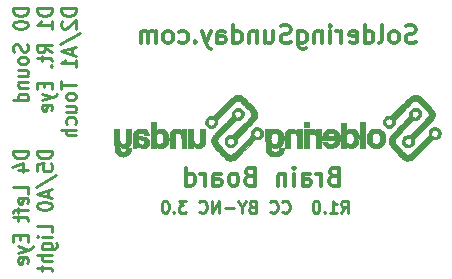
<source format=gbo>
G04 #@! TF.FileFunction,Legend,Bot*
%FSLAX46Y46*%
G04 Gerber Fmt 4.6, Leading zero omitted, Abs format (unit mm)*
G04 Created by KiCad (PCBNEW (2015-08-15 BZR 6092)-product) date 9/14/2015 8:23:45 PM*
%MOMM*%
G01*
G04 APERTURE LIST*
%ADD10C,0.100000*%
%ADD11C,0.254000*%
%ADD12C,0.300000*%
G04 APERTURE END LIST*
D10*
D11*
X120462524Y-87902143D02*
X119192524Y-87902143D01*
X119192524Y-88174286D01*
X119253000Y-88337571D01*
X119373952Y-88446429D01*
X119494905Y-88500857D01*
X119736810Y-88555286D01*
X119918238Y-88555286D01*
X120160143Y-88500857D01*
X120281095Y-88446429D01*
X120402048Y-88337571D01*
X120462524Y-88174286D01*
X120462524Y-87902143D01*
X119615857Y-89535000D02*
X120462524Y-89535000D01*
X119132048Y-89262857D02*
X120039190Y-88990714D01*
X120039190Y-89698286D01*
X120462524Y-91548857D02*
X120462524Y-91004571D01*
X119192524Y-91004571D01*
X120402048Y-92365285D02*
X120462524Y-92256428D01*
X120462524Y-92038714D01*
X120402048Y-91929857D01*
X120281095Y-91875428D01*
X119797286Y-91875428D01*
X119676333Y-91929857D01*
X119615857Y-92038714D01*
X119615857Y-92256428D01*
X119676333Y-92365285D01*
X119797286Y-92419714D01*
X119918238Y-92419714D01*
X120039190Y-91875428D01*
X119615857Y-92746285D02*
X119615857Y-93181714D01*
X120462524Y-92909571D02*
X119373952Y-92909571D01*
X119253000Y-92963999D01*
X119192524Y-93072857D01*
X119192524Y-93181714D01*
X119615857Y-93399428D02*
X119615857Y-93834857D01*
X119192524Y-93562714D02*
X120281095Y-93562714D01*
X120402048Y-93617142D01*
X120462524Y-93726000D01*
X120462524Y-93834857D01*
X119797286Y-95086714D02*
X119797286Y-95467714D01*
X120462524Y-95631000D02*
X120462524Y-95086714D01*
X119192524Y-95086714D01*
X119192524Y-95631000D01*
X119615857Y-96012000D02*
X120462524Y-96284143D01*
X119615857Y-96556285D02*
X120462524Y-96284143D01*
X120764905Y-96175285D01*
X120825381Y-96120857D01*
X120885857Y-96012000D01*
X120402048Y-97427142D02*
X120462524Y-97318285D01*
X120462524Y-97100571D01*
X120402048Y-96991714D01*
X120281095Y-96937285D01*
X119797286Y-96937285D01*
X119676333Y-96991714D01*
X119615857Y-97100571D01*
X119615857Y-97318285D01*
X119676333Y-97427142D01*
X119797286Y-97481571D01*
X119918238Y-97481571D01*
X120039190Y-96937285D01*
X122494524Y-87902143D02*
X121224524Y-87902143D01*
X121224524Y-88174286D01*
X121285000Y-88337571D01*
X121405952Y-88446429D01*
X121526905Y-88500857D01*
X121768810Y-88555286D01*
X121950238Y-88555286D01*
X122192143Y-88500857D01*
X122313095Y-88446429D01*
X122434048Y-88337571D01*
X122494524Y-88174286D01*
X122494524Y-87902143D01*
X121224524Y-89589429D02*
X121224524Y-89045143D01*
X121829286Y-88990714D01*
X121768810Y-89045143D01*
X121708333Y-89154000D01*
X121708333Y-89426143D01*
X121768810Y-89535000D01*
X121829286Y-89589429D01*
X121950238Y-89643857D01*
X122252619Y-89643857D01*
X122373571Y-89589429D01*
X122434048Y-89535000D01*
X122494524Y-89426143D01*
X122494524Y-89154000D01*
X122434048Y-89045143D01*
X122373571Y-88990714D01*
X121164048Y-90950142D02*
X122796905Y-89970428D01*
X122131667Y-91276714D02*
X122131667Y-91821000D01*
X122494524Y-91167857D02*
X121224524Y-91548857D01*
X122494524Y-91929857D01*
X121224524Y-92528571D02*
X121224524Y-92637428D01*
X121285000Y-92746285D01*
X121345476Y-92800714D01*
X121466429Y-92855143D01*
X121708333Y-92909571D01*
X122010714Y-92909571D01*
X122252619Y-92855143D01*
X122373571Y-92800714D01*
X122434048Y-92746285D01*
X122494524Y-92637428D01*
X122494524Y-92528571D01*
X122434048Y-92419714D01*
X122373571Y-92365285D01*
X122252619Y-92310857D01*
X122010714Y-92256428D01*
X121708333Y-92256428D01*
X121466429Y-92310857D01*
X121345476Y-92365285D01*
X121285000Y-92419714D01*
X121224524Y-92528571D01*
X122494524Y-94814571D02*
X122494524Y-94270285D01*
X121224524Y-94270285D01*
X122494524Y-95195571D02*
X121647857Y-95195571D01*
X121224524Y-95195571D02*
X121285000Y-95141142D01*
X121345476Y-95195571D01*
X121285000Y-95249999D01*
X121224524Y-95195571D01*
X121345476Y-95195571D01*
X121647857Y-96229714D02*
X122675952Y-96229714D01*
X122796905Y-96175285D01*
X122857381Y-96120857D01*
X122917857Y-96012000D01*
X122917857Y-95848714D01*
X122857381Y-95739857D01*
X122434048Y-96229714D02*
X122494524Y-96120857D01*
X122494524Y-95903143D01*
X122434048Y-95794285D01*
X122373571Y-95739857D01*
X122252619Y-95685428D01*
X121889762Y-95685428D01*
X121768810Y-95739857D01*
X121708333Y-95794285D01*
X121647857Y-95903143D01*
X121647857Y-96120857D01*
X121708333Y-96229714D01*
X122494524Y-96774000D02*
X121224524Y-96774000D01*
X122494524Y-97263857D02*
X121829286Y-97263857D01*
X121708333Y-97209428D01*
X121647857Y-97100571D01*
X121647857Y-96937286D01*
X121708333Y-96828428D01*
X121768810Y-96774000D01*
X121647857Y-97644857D02*
X121647857Y-98080286D01*
X121224524Y-97808143D02*
X122313095Y-97808143D01*
X122434048Y-97862571D01*
X122494524Y-97971429D01*
X122494524Y-98080286D01*
X120462524Y-75837143D02*
X119192524Y-75837143D01*
X119192524Y-76109286D01*
X119253000Y-76272571D01*
X119373952Y-76381429D01*
X119494905Y-76435857D01*
X119736810Y-76490286D01*
X119918238Y-76490286D01*
X120160143Y-76435857D01*
X120281095Y-76381429D01*
X120402048Y-76272571D01*
X120462524Y-76109286D01*
X120462524Y-75837143D01*
X119192524Y-77197857D02*
X119192524Y-77306714D01*
X119253000Y-77415571D01*
X119313476Y-77470000D01*
X119434429Y-77524429D01*
X119676333Y-77578857D01*
X119978714Y-77578857D01*
X120220619Y-77524429D01*
X120341571Y-77470000D01*
X120402048Y-77415571D01*
X120462524Y-77306714D01*
X120462524Y-77197857D01*
X120402048Y-77089000D01*
X120341571Y-77034571D01*
X120220619Y-76980143D01*
X119978714Y-76925714D01*
X119676333Y-76925714D01*
X119434429Y-76980143D01*
X119313476Y-77034571D01*
X119253000Y-77089000D01*
X119192524Y-77197857D01*
X120402048Y-78885142D02*
X120462524Y-79048428D01*
X120462524Y-79320571D01*
X120402048Y-79429428D01*
X120341571Y-79483857D01*
X120220619Y-79538285D01*
X120099667Y-79538285D01*
X119978714Y-79483857D01*
X119918238Y-79429428D01*
X119857762Y-79320571D01*
X119797286Y-79102857D01*
X119736810Y-78993999D01*
X119676333Y-78939571D01*
X119555381Y-78885142D01*
X119434429Y-78885142D01*
X119313476Y-78939571D01*
X119253000Y-78993999D01*
X119192524Y-79102857D01*
X119192524Y-79374999D01*
X119253000Y-79538285D01*
X120462524Y-80191428D02*
X120402048Y-80082570D01*
X120341571Y-80028142D01*
X120220619Y-79973713D01*
X119857762Y-79973713D01*
X119736810Y-80028142D01*
X119676333Y-80082570D01*
X119615857Y-80191428D01*
X119615857Y-80354713D01*
X119676333Y-80463570D01*
X119736810Y-80517999D01*
X119857762Y-80572428D01*
X120220619Y-80572428D01*
X120341571Y-80517999D01*
X120402048Y-80463570D01*
X120462524Y-80354713D01*
X120462524Y-80191428D01*
X119615857Y-81552142D02*
X120462524Y-81552142D01*
X119615857Y-81062285D02*
X120281095Y-81062285D01*
X120402048Y-81116713D01*
X120462524Y-81225571D01*
X120462524Y-81388856D01*
X120402048Y-81497713D01*
X120341571Y-81552142D01*
X119615857Y-82096428D02*
X120462524Y-82096428D01*
X119736810Y-82096428D02*
X119676333Y-82150856D01*
X119615857Y-82259714D01*
X119615857Y-82422999D01*
X119676333Y-82531856D01*
X119797286Y-82586285D01*
X120462524Y-82586285D01*
X120462524Y-83620428D02*
X119192524Y-83620428D01*
X120402048Y-83620428D02*
X120462524Y-83511571D01*
X120462524Y-83293857D01*
X120402048Y-83184999D01*
X120341571Y-83130571D01*
X120220619Y-83076142D01*
X119857762Y-83076142D01*
X119736810Y-83130571D01*
X119676333Y-83184999D01*
X119615857Y-83293857D01*
X119615857Y-83511571D01*
X119676333Y-83620428D01*
X122494524Y-75837143D02*
X121224524Y-75837143D01*
X121224524Y-76109286D01*
X121285000Y-76272571D01*
X121405952Y-76381429D01*
X121526905Y-76435857D01*
X121768810Y-76490286D01*
X121950238Y-76490286D01*
X122192143Y-76435857D01*
X122313095Y-76381429D01*
X122434048Y-76272571D01*
X122494524Y-76109286D01*
X122494524Y-75837143D01*
X122494524Y-77578857D02*
X122494524Y-76925714D01*
X122494524Y-77252286D02*
X121224524Y-77252286D01*
X121405952Y-77143429D01*
X121526905Y-77034571D01*
X121587381Y-76925714D01*
X122494524Y-79592714D02*
X121889762Y-79211714D01*
X122494524Y-78939571D02*
X121224524Y-78939571D01*
X121224524Y-79374999D01*
X121285000Y-79483857D01*
X121345476Y-79538285D01*
X121466429Y-79592714D01*
X121647857Y-79592714D01*
X121768810Y-79538285D01*
X121829286Y-79483857D01*
X121889762Y-79374999D01*
X121889762Y-78939571D01*
X121647857Y-79919285D02*
X121647857Y-80354714D01*
X121224524Y-80082571D02*
X122313095Y-80082571D01*
X122434048Y-80136999D01*
X122494524Y-80245857D01*
X122494524Y-80354714D01*
X122373571Y-80735714D02*
X122434048Y-80790142D01*
X122494524Y-80735714D01*
X122434048Y-80681285D01*
X122373571Y-80735714D01*
X122494524Y-80735714D01*
X121829286Y-82150857D02*
X121829286Y-82531857D01*
X122494524Y-82695143D02*
X122494524Y-82150857D01*
X121224524Y-82150857D01*
X121224524Y-82695143D01*
X121647857Y-83076143D02*
X122494524Y-83348286D01*
X121647857Y-83620428D02*
X122494524Y-83348286D01*
X122796905Y-83239428D01*
X122857381Y-83185000D01*
X122917857Y-83076143D01*
X122434048Y-84491285D02*
X122494524Y-84382428D01*
X122494524Y-84164714D01*
X122434048Y-84055857D01*
X122313095Y-84001428D01*
X121829286Y-84001428D01*
X121708333Y-84055857D01*
X121647857Y-84164714D01*
X121647857Y-84382428D01*
X121708333Y-84491285D01*
X121829286Y-84545714D01*
X121950238Y-84545714D01*
X122071190Y-84001428D01*
X124526524Y-75837143D02*
X123256524Y-75837143D01*
X123256524Y-76109286D01*
X123317000Y-76272571D01*
X123437952Y-76381429D01*
X123558905Y-76435857D01*
X123800810Y-76490286D01*
X123982238Y-76490286D01*
X124224143Y-76435857D01*
X124345095Y-76381429D01*
X124466048Y-76272571D01*
X124526524Y-76109286D01*
X124526524Y-75837143D01*
X123377476Y-76925714D02*
X123317000Y-76980143D01*
X123256524Y-77089000D01*
X123256524Y-77361143D01*
X123317000Y-77470000D01*
X123377476Y-77524429D01*
X123498429Y-77578857D01*
X123619381Y-77578857D01*
X123800810Y-77524429D01*
X124526524Y-76871286D01*
X124526524Y-77578857D01*
X123196048Y-78885142D02*
X124828905Y-77905428D01*
X124163667Y-79211714D02*
X124163667Y-79756000D01*
X124526524Y-79102857D02*
X123256524Y-79483857D01*
X124526524Y-79864857D01*
X124526524Y-80844571D02*
X124526524Y-80191428D01*
X124526524Y-80518000D02*
X123256524Y-80518000D01*
X123437952Y-80409143D01*
X123558905Y-80300285D01*
X123619381Y-80191428D01*
X123256524Y-82041999D02*
X123256524Y-82695142D01*
X124526524Y-82368571D02*
X123256524Y-82368571D01*
X124526524Y-83239428D02*
X124466048Y-83130570D01*
X124405571Y-83076142D01*
X124284619Y-83021713D01*
X123921762Y-83021713D01*
X123800810Y-83076142D01*
X123740333Y-83130570D01*
X123679857Y-83239428D01*
X123679857Y-83402713D01*
X123740333Y-83511570D01*
X123800810Y-83565999D01*
X123921762Y-83620428D01*
X124284619Y-83620428D01*
X124405571Y-83565999D01*
X124466048Y-83511570D01*
X124526524Y-83402713D01*
X124526524Y-83239428D01*
X123679857Y-84600142D02*
X124526524Y-84600142D01*
X123679857Y-84110285D02*
X124345095Y-84110285D01*
X124466048Y-84164713D01*
X124526524Y-84273571D01*
X124526524Y-84436856D01*
X124466048Y-84545713D01*
X124405571Y-84600142D01*
X124466048Y-85634285D02*
X124526524Y-85525428D01*
X124526524Y-85307714D01*
X124466048Y-85198856D01*
X124405571Y-85144428D01*
X124284619Y-85089999D01*
X123921762Y-85089999D01*
X123800810Y-85144428D01*
X123740333Y-85198856D01*
X123679857Y-85307714D01*
X123679857Y-85525428D01*
X123740333Y-85634285D01*
X124526524Y-86124142D02*
X123256524Y-86124142D01*
X124526524Y-86613999D02*
X123861286Y-86613999D01*
X123740333Y-86559570D01*
X123679857Y-86450713D01*
X123679857Y-86287428D01*
X123740333Y-86178570D01*
X123800810Y-86124142D01*
X146981333Y-93169619D02*
X147319999Y-92685810D01*
X147561904Y-93169619D02*
X147561904Y-92153619D01*
X147174857Y-92153619D01*
X147078095Y-92202000D01*
X147029714Y-92250381D01*
X146981333Y-92347143D01*
X146981333Y-92492286D01*
X147029714Y-92589048D01*
X147078095Y-92637429D01*
X147174857Y-92685810D01*
X147561904Y-92685810D01*
X146013714Y-93169619D02*
X146594285Y-93169619D01*
X146303999Y-93169619D02*
X146303999Y-92153619D01*
X146400761Y-92298762D01*
X146497523Y-92395524D01*
X146594285Y-92443905D01*
X145578285Y-93072857D02*
X145529904Y-93121238D01*
X145578285Y-93169619D01*
X145626666Y-93121238D01*
X145578285Y-93072857D01*
X145578285Y-93169619D01*
X144900951Y-92153619D02*
X144804190Y-92153619D01*
X144707428Y-92202000D01*
X144659047Y-92250381D01*
X144610666Y-92347143D01*
X144562285Y-92540667D01*
X144562285Y-92782571D01*
X144610666Y-92976095D01*
X144659047Y-93072857D01*
X144707428Y-93121238D01*
X144804190Y-93169619D01*
X144900951Y-93169619D01*
X144997713Y-93121238D01*
X145046094Y-93072857D01*
X145094475Y-92976095D01*
X145142856Y-92782571D01*
X145142856Y-92540667D01*
X145094475Y-92347143D01*
X145046094Y-92250381D01*
X144997713Y-92202000D01*
X144900951Y-92153619D01*
X141998095Y-93072857D02*
X142046476Y-93121238D01*
X142191619Y-93169619D01*
X142288381Y-93169619D01*
X142433523Y-93121238D01*
X142530285Y-93024476D01*
X142578666Y-92927714D01*
X142627047Y-92734190D01*
X142627047Y-92589048D01*
X142578666Y-92395524D01*
X142530285Y-92298762D01*
X142433523Y-92202000D01*
X142288381Y-92153619D01*
X142191619Y-92153619D01*
X142046476Y-92202000D01*
X141998095Y-92250381D01*
X140982095Y-93072857D02*
X141030476Y-93121238D01*
X141175619Y-93169619D01*
X141272381Y-93169619D01*
X141417523Y-93121238D01*
X141514285Y-93024476D01*
X141562666Y-92927714D01*
X141611047Y-92734190D01*
X141611047Y-92589048D01*
X141562666Y-92395524D01*
X141514285Y-92298762D01*
X141417523Y-92202000D01*
X141272381Y-92153619D01*
X141175619Y-92153619D01*
X141030476Y-92202000D01*
X140982095Y-92250381D01*
X139433905Y-92637429D02*
X139288762Y-92685810D01*
X139240381Y-92734190D01*
X139192000Y-92830952D01*
X139192000Y-92976095D01*
X139240381Y-93072857D01*
X139288762Y-93121238D01*
X139385524Y-93169619D01*
X139772571Y-93169619D01*
X139772571Y-92153619D01*
X139433905Y-92153619D01*
X139337143Y-92202000D01*
X139288762Y-92250381D01*
X139240381Y-92347143D01*
X139240381Y-92443905D01*
X139288762Y-92540667D01*
X139337143Y-92589048D01*
X139433905Y-92637429D01*
X139772571Y-92637429D01*
X138563047Y-92685810D02*
X138563047Y-93169619D01*
X138901714Y-92153619D02*
X138563047Y-92685810D01*
X138224381Y-92153619D01*
X137885714Y-92782571D02*
X137111619Y-92782571D01*
X136627809Y-93169619D02*
X136627809Y-92153619D01*
X136047238Y-93169619D01*
X136047238Y-92153619D01*
X134982857Y-93072857D02*
X135031238Y-93121238D01*
X135176381Y-93169619D01*
X135273143Y-93169619D01*
X135418285Y-93121238D01*
X135515047Y-93024476D01*
X135563428Y-92927714D01*
X135611809Y-92734190D01*
X135611809Y-92589048D01*
X135563428Y-92395524D01*
X135515047Y-92298762D01*
X135418285Y-92202000D01*
X135273143Y-92153619D01*
X135176381Y-92153619D01*
X135031238Y-92202000D01*
X134982857Y-92250381D01*
X133870095Y-92153619D02*
X133241143Y-92153619D01*
X133579809Y-92540667D01*
X133434667Y-92540667D01*
X133337905Y-92589048D01*
X133289524Y-92637429D01*
X133241143Y-92734190D01*
X133241143Y-92976095D01*
X133289524Y-93072857D01*
X133337905Y-93121238D01*
X133434667Y-93169619D01*
X133724952Y-93169619D01*
X133821714Y-93121238D01*
X133870095Y-93072857D01*
X132805714Y-93072857D02*
X132757333Y-93121238D01*
X132805714Y-93169619D01*
X132854095Y-93121238D01*
X132805714Y-93072857D01*
X132805714Y-93169619D01*
X132128380Y-92153619D02*
X132031619Y-92153619D01*
X131934857Y-92202000D01*
X131886476Y-92250381D01*
X131838095Y-92347143D01*
X131789714Y-92540667D01*
X131789714Y-92782571D01*
X131838095Y-92976095D01*
X131886476Y-93072857D01*
X131934857Y-93121238D01*
X132031619Y-93169619D01*
X132128380Y-93169619D01*
X132225142Y-93121238D01*
X132273523Y-93072857D01*
X132321904Y-92976095D01*
X132370285Y-92782571D01*
X132370285Y-92540667D01*
X132321904Y-92347143D01*
X132273523Y-92250381D01*
X132225142Y-92202000D01*
X132128380Y-92153619D01*
D12*
X146322143Y-90061143D02*
X146104429Y-90133714D01*
X146031857Y-90206286D01*
X145959286Y-90351429D01*
X145959286Y-90569143D01*
X146031857Y-90714286D01*
X146104429Y-90786857D01*
X146249571Y-90859429D01*
X146830143Y-90859429D01*
X146830143Y-89335429D01*
X146322143Y-89335429D01*
X146177000Y-89408000D01*
X146104429Y-89480571D01*
X146031857Y-89625714D01*
X146031857Y-89770857D01*
X146104429Y-89916000D01*
X146177000Y-89988571D01*
X146322143Y-90061143D01*
X146830143Y-90061143D01*
X145306143Y-90859429D02*
X145306143Y-89843429D01*
X145306143Y-90133714D02*
X145233571Y-89988571D01*
X145161000Y-89916000D01*
X145015857Y-89843429D01*
X144870714Y-89843429D01*
X143709571Y-90859429D02*
X143709571Y-90061143D01*
X143782142Y-89916000D01*
X143927285Y-89843429D01*
X144217571Y-89843429D01*
X144362714Y-89916000D01*
X143709571Y-90786857D02*
X143854714Y-90859429D01*
X144217571Y-90859429D01*
X144362714Y-90786857D01*
X144435285Y-90641714D01*
X144435285Y-90496571D01*
X144362714Y-90351429D01*
X144217571Y-90278857D01*
X143854714Y-90278857D01*
X143709571Y-90206286D01*
X142983857Y-90859429D02*
X142983857Y-89843429D01*
X142983857Y-89335429D02*
X143056428Y-89408000D01*
X142983857Y-89480571D01*
X142911285Y-89408000D01*
X142983857Y-89335429D01*
X142983857Y-89480571D01*
X142258143Y-89843429D02*
X142258143Y-90859429D01*
X142258143Y-89988571D02*
X142185571Y-89916000D01*
X142040429Y-89843429D01*
X141822714Y-89843429D01*
X141677571Y-89916000D01*
X141605000Y-90061143D01*
X141605000Y-90859429D01*
X139210143Y-90061143D02*
X138992429Y-90133714D01*
X138919857Y-90206286D01*
X138847286Y-90351429D01*
X138847286Y-90569143D01*
X138919857Y-90714286D01*
X138992429Y-90786857D01*
X139137571Y-90859429D01*
X139718143Y-90859429D01*
X139718143Y-89335429D01*
X139210143Y-89335429D01*
X139065000Y-89408000D01*
X138992429Y-89480571D01*
X138919857Y-89625714D01*
X138919857Y-89770857D01*
X138992429Y-89916000D01*
X139065000Y-89988571D01*
X139210143Y-90061143D01*
X139718143Y-90061143D01*
X137976429Y-90859429D02*
X138121571Y-90786857D01*
X138194143Y-90714286D01*
X138266714Y-90569143D01*
X138266714Y-90133714D01*
X138194143Y-89988571D01*
X138121571Y-89916000D01*
X137976429Y-89843429D01*
X137758714Y-89843429D01*
X137613571Y-89916000D01*
X137541000Y-89988571D01*
X137468429Y-90133714D01*
X137468429Y-90569143D01*
X137541000Y-90714286D01*
X137613571Y-90786857D01*
X137758714Y-90859429D01*
X137976429Y-90859429D01*
X136162143Y-90859429D02*
X136162143Y-90061143D01*
X136234714Y-89916000D01*
X136379857Y-89843429D01*
X136670143Y-89843429D01*
X136815286Y-89916000D01*
X136162143Y-90786857D02*
X136307286Y-90859429D01*
X136670143Y-90859429D01*
X136815286Y-90786857D01*
X136887857Y-90641714D01*
X136887857Y-90496571D01*
X136815286Y-90351429D01*
X136670143Y-90278857D01*
X136307286Y-90278857D01*
X136162143Y-90206286D01*
X135436429Y-90859429D02*
X135436429Y-89843429D01*
X135436429Y-90133714D02*
X135363857Y-89988571D01*
X135291286Y-89916000D01*
X135146143Y-89843429D01*
X135001000Y-89843429D01*
X133839857Y-90859429D02*
X133839857Y-89335429D01*
X133839857Y-90786857D02*
X133985000Y-90859429D01*
X134275286Y-90859429D01*
X134420428Y-90786857D01*
X134493000Y-90714286D01*
X134565571Y-90569143D01*
X134565571Y-90133714D01*
X134493000Y-89988571D01*
X134420428Y-89916000D01*
X134275286Y-89843429D01*
X133985000Y-89843429D01*
X133839857Y-89916000D01*
X153283571Y-78712143D02*
X153069285Y-78783571D01*
X152712142Y-78783571D01*
X152569285Y-78712143D01*
X152497856Y-78640714D01*
X152426428Y-78497857D01*
X152426428Y-78355000D01*
X152497856Y-78212143D01*
X152569285Y-78140714D01*
X152712142Y-78069286D01*
X152997856Y-77997857D01*
X153140714Y-77926429D01*
X153212142Y-77855000D01*
X153283571Y-77712143D01*
X153283571Y-77569286D01*
X153212142Y-77426429D01*
X153140714Y-77355000D01*
X152997856Y-77283571D01*
X152640714Y-77283571D01*
X152426428Y-77355000D01*
X151569285Y-78783571D02*
X151712143Y-78712143D01*
X151783571Y-78640714D01*
X151855000Y-78497857D01*
X151855000Y-78069286D01*
X151783571Y-77926429D01*
X151712143Y-77855000D01*
X151569285Y-77783571D01*
X151355000Y-77783571D01*
X151212143Y-77855000D01*
X151140714Y-77926429D01*
X151069285Y-78069286D01*
X151069285Y-78497857D01*
X151140714Y-78640714D01*
X151212143Y-78712143D01*
X151355000Y-78783571D01*
X151569285Y-78783571D01*
X150212142Y-78783571D02*
X150355000Y-78712143D01*
X150426428Y-78569286D01*
X150426428Y-77283571D01*
X148997857Y-78783571D02*
X148997857Y-77283571D01*
X148997857Y-78712143D02*
X149140714Y-78783571D01*
X149426428Y-78783571D01*
X149569286Y-78712143D01*
X149640714Y-78640714D01*
X149712143Y-78497857D01*
X149712143Y-78069286D01*
X149640714Y-77926429D01*
X149569286Y-77855000D01*
X149426428Y-77783571D01*
X149140714Y-77783571D01*
X148997857Y-77855000D01*
X147712143Y-78712143D02*
X147855000Y-78783571D01*
X148140714Y-78783571D01*
X148283571Y-78712143D01*
X148355000Y-78569286D01*
X148355000Y-77997857D01*
X148283571Y-77855000D01*
X148140714Y-77783571D01*
X147855000Y-77783571D01*
X147712143Y-77855000D01*
X147640714Y-77997857D01*
X147640714Y-78140714D01*
X148355000Y-78283571D01*
X146997857Y-78783571D02*
X146997857Y-77783571D01*
X146997857Y-78069286D02*
X146926429Y-77926429D01*
X146855000Y-77855000D01*
X146712143Y-77783571D01*
X146569286Y-77783571D01*
X146069286Y-78783571D02*
X146069286Y-77783571D01*
X146069286Y-77283571D02*
X146140715Y-77355000D01*
X146069286Y-77426429D01*
X145997858Y-77355000D01*
X146069286Y-77283571D01*
X146069286Y-77426429D01*
X145355000Y-77783571D02*
X145355000Y-78783571D01*
X145355000Y-77926429D02*
X145283572Y-77855000D01*
X145140714Y-77783571D01*
X144926429Y-77783571D01*
X144783572Y-77855000D01*
X144712143Y-77997857D01*
X144712143Y-78783571D01*
X143355000Y-77783571D02*
X143355000Y-78997857D01*
X143426429Y-79140714D01*
X143497857Y-79212143D01*
X143640714Y-79283571D01*
X143855000Y-79283571D01*
X143997857Y-79212143D01*
X143355000Y-78712143D02*
X143497857Y-78783571D01*
X143783571Y-78783571D01*
X143926429Y-78712143D01*
X143997857Y-78640714D01*
X144069286Y-78497857D01*
X144069286Y-78069286D01*
X143997857Y-77926429D01*
X143926429Y-77855000D01*
X143783571Y-77783571D01*
X143497857Y-77783571D01*
X143355000Y-77855000D01*
X142712143Y-78712143D02*
X142497857Y-78783571D01*
X142140714Y-78783571D01*
X141997857Y-78712143D01*
X141926428Y-78640714D01*
X141855000Y-78497857D01*
X141855000Y-78355000D01*
X141926428Y-78212143D01*
X141997857Y-78140714D01*
X142140714Y-78069286D01*
X142426428Y-77997857D01*
X142569286Y-77926429D01*
X142640714Y-77855000D01*
X142712143Y-77712143D01*
X142712143Y-77569286D01*
X142640714Y-77426429D01*
X142569286Y-77355000D01*
X142426428Y-77283571D01*
X142069286Y-77283571D01*
X141855000Y-77355000D01*
X140569286Y-77783571D02*
X140569286Y-78783571D01*
X141212143Y-77783571D02*
X141212143Y-78569286D01*
X141140715Y-78712143D01*
X140997857Y-78783571D01*
X140783572Y-78783571D01*
X140640715Y-78712143D01*
X140569286Y-78640714D01*
X139855000Y-77783571D02*
X139855000Y-78783571D01*
X139855000Y-77926429D02*
X139783572Y-77855000D01*
X139640714Y-77783571D01*
X139426429Y-77783571D01*
X139283572Y-77855000D01*
X139212143Y-77997857D01*
X139212143Y-78783571D01*
X137855000Y-78783571D02*
X137855000Y-77283571D01*
X137855000Y-78712143D02*
X137997857Y-78783571D01*
X138283571Y-78783571D01*
X138426429Y-78712143D01*
X138497857Y-78640714D01*
X138569286Y-78497857D01*
X138569286Y-78069286D01*
X138497857Y-77926429D01*
X138426429Y-77855000D01*
X138283571Y-77783571D01*
X137997857Y-77783571D01*
X137855000Y-77855000D01*
X136497857Y-78783571D02*
X136497857Y-77997857D01*
X136569286Y-77855000D01*
X136712143Y-77783571D01*
X136997857Y-77783571D01*
X137140714Y-77855000D01*
X136497857Y-78712143D02*
X136640714Y-78783571D01*
X136997857Y-78783571D01*
X137140714Y-78712143D01*
X137212143Y-78569286D01*
X137212143Y-78426429D01*
X137140714Y-78283571D01*
X136997857Y-78212143D01*
X136640714Y-78212143D01*
X136497857Y-78140714D01*
X135926428Y-77783571D02*
X135569285Y-78783571D01*
X135212143Y-77783571D02*
X135569285Y-78783571D01*
X135712143Y-79140714D01*
X135783571Y-79212143D01*
X135926428Y-79283571D01*
X134640714Y-78640714D02*
X134569286Y-78712143D01*
X134640714Y-78783571D01*
X134712143Y-78712143D01*
X134640714Y-78640714D01*
X134640714Y-78783571D01*
X133283571Y-78712143D02*
X133426428Y-78783571D01*
X133712142Y-78783571D01*
X133855000Y-78712143D01*
X133926428Y-78640714D01*
X133997857Y-78497857D01*
X133997857Y-78069286D01*
X133926428Y-77926429D01*
X133855000Y-77855000D01*
X133712142Y-77783571D01*
X133426428Y-77783571D01*
X133283571Y-77855000D01*
X132426428Y-78783571D02*
X132569286Y-78712143D01*
X132640714Y-78640714D01*
X132712143Y-78497857D01*
X132712143Y-78069286D01*
X132640714Y-77926429D01*
X132569286Y-77855000D01*
X132426428Y-77783571D01*
X132212143Y-77783571D01*
X132069286Y-77855000D01*
X131997857Y-77926429D01*
X131926428Y-78069286D01*
X131926428Y-78497857D01*
X131997857Y-78640714D01*
X132069286Y-78712143D01*
X132212143Y-78783571D01*
X132426428Y-78783571D01*
X131283571Y-78783571D02*
X131283571Y-77783571D01*
X131283571Y-77926429D02*
X131212143Y-77855000D01*
X131069285Y-77783571D01*
X130855000Y-77783571D01*
X130712143Y-77855000D01*
X130640714Y-77997857D01*
X130640714Y-78783571D01*
X130640714Y-77997857D02*
X130569285Y-77855000D01*
X130426428Y-77783571D01*
X130212143Y-77783571D01*
X130069285Y-77855000D01*
X129997857Y-77997857D01*
X129997857Y-78783571D01*
D10*
G36*
X140358716Y-86433890D02*
X140336750Y-86578808D01*
X140276636Y-86707878D01*
X140184973Y-86814880D01*
X140141009Y-86844554D01*
X140141009Y-86478054D01*
X140139140Y-86373844D01*
X140098795Y-86279373D01*
X140027625Y-86203325D01*
X139933281Y-86154386D01*
X139843709Y-86140576D01*
X139735440Y-86159404D01*
X139650167Y-86210293D01*
X139589828Y-86284505D01*
X139556362Y-86373304D01*
X139551709Y-86467950D01*
X139577808Y-86559707D01*
X139636598Y-86639836D01*
X139720562Y-86695474D01*
X139782717Y-86723463D01*
X139821502Y-86735857D01*
X139856214Y-86734634D01*
X139906146Y-86721769D01*
X139925179Y-86716435D01*
X140017249Y-86669115D01*
X140092340Y-86590176D01*
X140137462Y-86493963D01*
X140141009Y-86478054D01*
X140141009Y-86844554D01*
X140068362Y-86893590D01*
X139933402Y-86937788D01*
X139817457Y-86944167D01*
X139695097Y-86936403D01*
X138922109Y-87728154D01*
X138764656Y-87889005D01*
X138614748Y-88041339D01*
X138475915Y-88181624D01*
X138351684Y-88306334D01*
X138245585Y-88411939D01*
X138161145Y-88494911D01*
X138101892Y-88551722D01*
X138071838Y-88578481D01*
X137905837Y-88680748D01*
X137738362Y-88736923D01*
X137569163Y-88747039D01*
X137397994Y-88711128D01*
X137313992Y-88677052D01*
X137266397Y-88652808D01*
X137218867Y-88623460D01*
X137166825Y-88584947D01*
X137105696Y-88533208D01*
X137030904Y-88464184D01*
X136937874Y-88373814D01*
X136822029Y-88258038D01*
X136683537Y-88117624D01*
X136521650Y-87951785D01*
X136389513Y-87813551D01*
X136283652Y-87698511D01*
X136200592Y-87602254D01*
X136136860Y-87520368D01*
X136088981Y-87448441D01*
X136053481Y-87382063D01*
X136026887Y-87316821D01*
X136009451Y-87261646D01*
X135984311Y-87130617D01*
X135988839Y-87005025D01*
X136024658Y-86871280D01*
X136068629Y-86766792D01*
X136085640Y-86732404D01*
X136105531Y-86697476D01*
X136130708Y-86659396D01*
X136163575Y-86615557D01*
X136206538Y-86563349D01*
X136262002Y-86500163D01*
X136332371Y-86423388D01*
X136420050Y-86330417D01*
X136527445Y-86218639D01*
X136656961Y-86085446D01*
X136811001Y-85928228D01*
X136991973Y-85744376D01*
X137202279Y-85531280D01*
X137278696Y-85453926D01*
X137717715Y-85009596D01*
X137717715Y-84831037D01*
X137720155Y-84731497D01*
X137730116Y-84660295D01*
X137751556Y-84599767D01*
X137782433Y-84542380D01*
X137873999Y-84426801D01*
X137987097Y-84346032D01*
X138114022Y-84299764D01*
X138247067Y-84287685D01*
X138378526Y-84309485D01*
X138500694Y-84364853D01*
X138605863Y-84453479D01*
X138686327Y-84575053D01*
X138688126Y-84578877D01*
X138735767Y-84722032D01*
X138739592Y-84858225D01*
X138699458Y-84995378D01*
X138679885Y-85035872D01*
X138603078Y-85153515D01*
X138521904Y-85224922D01*
X138521904Y-84806218D01*
X138503087Y-84702593D01*
X138443464Y-84605953D01*
X138424069Y-84585875D01*
X138333236Y-84526234D01*
X138234783Y-84505726D01*
X138137644Y-84520419D01*
X138050753Y-84566378D01*
X137983042Y-84639669D01*
X137943445Y-84736358D01*
X137936880Y-84800411D01*
X137952141Y-84909211D01*
X138001882Y-84993286D01*
X138083759Y-85058093D01*
X138187823Y-85097510D01*
X138293270Y-85091511D01*
X138347571Y-85070100D01*
X138442742Y-84998860D01*
X138501322Y-84907936D01*
X138521904Y-84806218D01*
X138521904Y-85224922D01*
X138510799Y-85234691D01*
X138394592Y-85284615D01*
X138245996Y-85308500D01*
X138236535Y-85309174D01*
X138053425Y-85321507D01*
X137305073Y-86085825D01*
X137151163Y-86243726D01*
X137006346Y-86393660D01*
X136874031Y-86532000D01*
X136757627Y-86655119D01*
X136660543Y-86759389D01*
X136586189Y-86841184D01*
X136537973Y-86896876D01*
X136520097Y-86920964D01*
X136490039Y-87018340D01*
X136486910Y-87127650D01*
X136510331Y-87227889D01*
X136526205Y-87259382D01*
X136553612Y-87294465D01*
X136608567Y-87357132D01*
X136686209Y-87442122D01*
X136781680Y-87544174D01*
X136890118Y-87658030D01*
X136988237Y-87759520D01*
X137126011Y-87899952D01*
X137236762Y-88010066D01*
X137324624Y-88093581D01*
X137393726Y-88154215D01*
X137448199Y-88195685D01*
X137492175Y-88221709D01*
X137510806Y-88229820D01*
X137554216Y-88245395D01*
X137594077Y-88255241D01*
X137633477Y-88256992D01*
X137675506Y-88248281D01*
X137723254Y-88226743D01*
X137779810Y-88190011D01*
X137848265Y-88135718D01*
X137931708Y-88061498D01*
X138033229Y-87964985D01*
X138155918Y-87843812D01*
X138302863Y-87695613D01*
X138477156Y-87518021D01*
X138587628Y-87405083D01*
X138770727Y-87217383D01*
X138923549Y-87059673D01*
X139048462Y-86929338D01*
X139147836Y-86823764D01*
X139224041Y-86740336D01*
X139279446Y-86676440D01*
X139316422Y-86629461D01*
X139337336Y-86596786D01*
X139344559Y-86575799D01*
X139344204Y-86570332D01*
X139331783Y-86434832D01*
X139352180Y-86296206D01*
X139401462Y-86168697D01*
X139475693Y-86066550D01*
X139486088Y-86056676D01*
X139609033Y-85972019D01*
X139741164Y-85927114D01*
X139875733Y-85919045D01*
X140005996Y-85944894D01*
X140125205Y-86001746D01*
X140226615Y-86086684D01*
X140303478Y-86196793D01*
X140349050Y-86329156D01*
X140358716Y-86433890D01*
X140358716Y-86433890D01*
X140358716Y-86433890D01*
G37*
X140358716Y-86433890D02*
X140336750Y-86578808D01*
X140276636Y-86707878D01*
X140184973Y-86814880D01*
X140141009Y-86844554D01*
X140141009Y-86478054D01*
X140139140Y-86373844D01*
X140098795Y-86279373D01*
X140027625Y-86203325D01*
X139933281Y-86154386D01*
X139843709Y-86140576D01*
X139735440Y-86159404D01*
X139650167Y-86210293D01*
X139589828Y-86284505D01*
X139556362Y-86373304D01*
X139551709Y-86467950D01*
X139577808Y-86559707D01*
X139636598Y-86639836D01*
X139720562Y-86695474D01*
X139782717Y-86723463D01*
X139821502Y-86735857D01*
X139856214Y-86734634D01*
X139906146Y-86721769D01*
X139925179Y-86716435D01*
X140017249Y-86669115D01*
X140092340Y-86590176D01*
X140137462Y-86493963D01*
X140141009Y-86478054D01*
X140141009Y-86844554D01*
X140068362Y-86893590D01*
X139933402Y-86937788D01*
X139817457Y-86944167D01*
X139695097Y-86936403D01*
X138922109Y-87728154D01*
X138764656Y-87889005D01*
X138614748Y-88041339D01*
X138475915Y-88181624D01*
X138351684Y-88306334D01*
X138245585Y-88411939D01*
X138161145Y-88494911D01*
X138101892Y-88551722D01*
X138071838Y-88578481D01*
X137905837Y-88680748D01*
X137738362Y-88736923D01*
X137569163Y-88747039D01*
X137397994Y-88711128D01*
X137313992Y-88677052D01*
X137266397Y-88652808D01*
X137218867Y-88623460D01*
X137166825Y-88584947D01*
X137105696Y-88533208D01*
X137030904Y-88464184D01*
X136937874Y-88373814D01*
X136822029Y-88258038D01*
X136683537Y-88117624D01*
X136521650Y-87951785D01*
X136389513Y-87813551D01*
X136283652Y-87698511D01*
X136200592Y-87602254D01*
X136136860Y-87520368D01*
X136088981Y-87448441D01*
X136053481Y-87382063D01*
X136026887Y-87316821D01*
X136009451Y-87261646D01*
X135984311Y-87130617D01*
X135988839Y-87005025D01*
X136024658Y-86871280D01*
X136068629Y-86766792D01*
X136085640Y-86732404D01*
X136105531Y-86697476D01*
X136130708Y-86659396D01*
X136163575Y-86615557D01*
X136206538Y-86563349D01*
X136262002Y-86500163D01*
X136332371Y-86423388D01*
X136420050Y-86330417D01*
X136527445Y-86218639D01*
X136656961Y-86085446D01*
X136811001Y-85928228D01*
X136991973Y-85744376D01*
X137202279Y-85531280D01*
X137278696Y-85453926D01*
X137717715Y-85009596D01*
X137717715Y-84831037D01*
X137720155Y-84731497D01*
X137730116Y-84660295D01*
X137751556Y-84599767D01*
X137782433Y-84542380D01*
X137873999Y-84426801D01*
X137987097Y-84346032D01*
X138114022Y-84299764D01*
X138247067Y-84287685D01*
X138378526Y-84309485D01*
X138500694Y-84364853D01*
X138605863Y-84453479D01*
X138686327Y-84575053D01*
X138688126Y-84578877D01*
X138735767Y-84722032D01*
X138739592Y-84858225D01*
X138699458Y-84995378D01*
X138679885Y-85035872D01*
X138603078Y-85153515D01*
X138521904Y-85224922D01*
X138521904Y-84806218D01*
X138503087Y-84702593D01*
X138443464Y-84605953D01*
X138424069Y-84585875D01*
X138333236Y-84526234D01*
X138234783Y-84505726D01*
X138137644Y-84520419D01*
X138050753Y-84566378D01*
X137983042Y-84639669D01*
X137943445Y-84736358D01*
X137936880Y-84800411D01*
X137952141Y-84909211D01*
X138001882Y-84993286D01*
X138083759Y-85058093D01*
X138187823Y-85097510D01*
X138293270Y-85091511D01*
X138347571Y-85070100D01*
X138442742Y-84998860D01*
X138501322Y-84907936D01*
X138521904Y-84806218D01*
X138521904Y-85224922D01*
X138510799Y-85234691D01*
X138394592Y-85284615D01*
X138245996Y-85308500D01*
X138236535Y-85309174D01*
X138053425Y-85321507D01*
X137305073Y-86085825D01*
X137151163Y-86243726D01*
X137006346Y-86393660D01*
X136874031Y-86532000D01*
X136757627Y-86655119D01*
X136660543Y-86759389D01*
X136586189Y-86841184D01*
X136537973Y-86896876D01*
X136520097Y-86920964D01*
X136490039Y-87018340D01*
X136486910Y-87127650D01*
X136510331Y-87227889D01*
X136526205Y-87259382D01*
X136553612Y-87294465D01*
X136608567Y-87357132D01*
X136686209Y-87442122D01*
X136781680Y-87544174D01*
X136890118Y-87658030D01*
X136988237Y-87759520D01*
X137126011Y-87899952D01*
X137236762Y-88010066D01*
X137324624Y-88093581D01*
X137393726Y-88154215D01*
X137448199Y-88195685D01*
X137492175Y-88221709D01*
X137510806Y-88229820D01*
X137554216Y-88245395D01*
X137594077Y-88255241D01*
X137633477Y-88256992D01*
X137675506Y-88248281D01*
X137723254Y-88226743D01*
X137779810Y-88190011D01*
X137848265Y-88135718D01*
X137931708Y-88061498D01*
X138033229Y-87964985D01*
X138155918Y-87843812D01*
X138302863Y-87695613D01*
X138477156Y-87518021D01*
X138587628Y-87405083D01*
X138770727Y-87217383D01*
X138923549Y-87059673D01*
X139048462Y-86929338D01*
X139147836Y-86823764D01*
X139224041Y-86740336D01*
X139279446Y-86676440D01*
X139316422Y-86629461D01*
X139337336Y-86596786D01*
X139344559Y-86575799D01*
X139344204Y-86570332D01*
X139331783Y-86434832D01*
X139352180Y-86296206D01*
X139401462Y-86168697D01*
X139475693Y-86066550D01*
X139486088Y-86056676D01*
X139609033Y-85972019D01*
X139741164Y-85927114D01*
X139875733Y-85919045D01*
X140005996Y-85944894D01*
X140125205Y-86001746D01*
X140226615Y-86086684D01*
X140303478Y-86196793D01*
X140349050Y-86329156D01*
X140358716Y-86433890D01*
X140358716Y-86433890D01*
G36*
X155400822Y-86437024D02*
X155378915Y-86577437D01*
X155317681Y-86708672D01*
X155223846Y-86818755D01*
X155182607Y-86849495D01*
X155182607Y-86478054D01*
X155180739Y-86373844D01*
X155140394Y-86279373D01*
X155069224Y-86203325D01*
X154974880Y-86154386D01*
X154885308Y-86140576D01*
X154777039Y-86159404D01*
X154691766Y-86210293D01*
X154631426Y-86284505D01*
X154597961Y-86373304D01*
X154593308Y-86467950D01*
X154619407Y-86559707D01*
X154678197Y-86639836D01*
X154762161Y-86695474D01*
X154824315Y-86723463D01*
X154863101Y-86735857D01*
X154897812Y-86734634D01*
X154947744Y-86721769D01*
X154966778Y-86716435D01*
X155058848Y-86669115D01*
X155133939Y-86590176D01*
X155179061Y-86493963D01*
X155182607Y-86478054D01*
X155182607Y-86849495D01*
X155159343Y-86866837D01*
X155090765Y-86905086D01*
X155028635Y-86926406D01*
X154953782Y-86935639D01*
X154879460Y-86937534D01*
X154712130Y-86938664D01*
X153940931Y-87728516D01*
X153783612Y-87889210D01*
X153633798Y-88041414D01*
X153495031Y-88181588D01*
X153370848Y-88306196D01*
X153264791Y-88411699D01*
X153180397Y-88494558D01*
X153121206Y-88551237D01*
X153091408Y-88577713D01*
X152924870Y-88680369D01*
X152757116Y-88737039D01*
X152588485Y-88747679D01*
X152419315Y-88712245D01*
X152330437Y-88675202D01*
X152280639Y-88648453D01*
X152229134Y-88614749D01*
X152171215Y-88569922D01*
X152102179Y-88509806D01*
X152017320Y-88430234D01*
X151911933Y-88327040D01*
X151781314Y-88196056D01*
X151724770Y-88138826D01*
X151559301Y-87970048D01*
X151423721Y-87829030D01*
X151314673Y-87711541D01*
X151228796Y-87613352D01*
X151162731Y-87530231D01*
X151113119Y-87457950D01*
X151076602Y-87392276D01*
X151049819Y-87328980D01*
X151029412Y-87263832D01*
X151029128Y-87262785D01*
X151003865Y-87133664D01*
X151004996Y-87015790D01*
X151034332Y-86893860D01*
X151088219Y-86764040D01*
X151105058Y-86730351D01*
X151124790Y-86696022D01*
X151149803Y-86658466D01*
X151182489Y-86615096D01*
X151225236Y-86563323D01*
X151280434Y-86500562D01*
X151350472Y-86424223D01*
X151437741Y-86331720D01*
X151544628Y-86220465D01*
X151673525Y-86087871D01*
X151826820Y-85931351D01*
X152006904Y-85748317D01*
X152216165Y-85536181D01*
X152308785Y-85442385D01*
X152736244Y-85009584D01*
X152736244Y-84831032D01*
X152738684Y-84731492D01*
X152748645Y-84660290D01*
X152770088Y-84599760D01*
X152800962Y-84542380D01*
X152894454Y-84425127D01*
X153011808Y-84342678D01*
X153144867Y-84296616D01*
X153285474Y-84288525D01*
X153425469Y-84319988D01*
X153556697Y-84392588D01*
X153559954Y-84395066D01*
X153665023Y-84502952D01*
X153731202Y-84635651D01*
X153757609Y-84778149D01*
X153745067Y-84919452D01*
X153692476Y-85054188D01*
X153605625Y-85170538D01*
X153543079Y-85223226D01*
X153543079Y-84818385D01*
X153529246Y-84717899D01*
X153524257Y-84705230D01*
X153460006Y-84603966D01*
X153374051Y-84537954D01*
X153275205Y-84508432D01*
X153172280Y-84516639D01*
X153074089Y-84563812D01*
X153003585Y-84632059D01*
X152968216Y-84707546D01*
X152955196Y-84802545D01*
X152965205Y-84896511D01*
X152992706Y-84960766D01*
X153069007Y-85037584D01*
X153163250Y-85085197D01*
X153262693Y-85099537D01*
X153354594Y-85076537D01*
X153354881Y-85076390D01*
X153451943Y-85006293D01*
X153515993Y-84917404D01*
X153543079Y-84818385D01*
X153543079Y-85223226D01*
X153537073Y-85228286D01*
X153476101Y-85265557D01*
X153414750Y-85288616D01*
X153336449Y-85302223D01*
X153255313Y-85309174D01*
X153072452Y-85321507D01*
X152322588Y-86088266D01*
X152168637Y-86246367D01*
X152023814Y-86396402D01*
X151891514Y-86534760D01*
X151775131Y-86657834D01*
X151678059Y-86762012D01*
X151603692Y-86843685D01*
X151555424Y-86899243D01*
X151537363Y-86923405D01*
X151508064Y-87019494D01*
X151505487Y-87127945D01*
X151529127Y-87227506D01*
X151545373Y-87259382D01*
X151572949Y-87294501D01*
X151628021Y-87357235D01*
X151705722Y-87442310D01*
X151801186Y-87544456D01*
X151909544Y-87658400D01*
X152006940Y-87759342D01*
X152144099Y-87899474D01*
X152254291Y-88009311D01*
X152341684Y-88092609D01*
X152410446Y-88153124D01*
X152464745Y-88194612D01*
X152508750Y-88220828D01*
X152528869Y-88229642D01*
X152572415Y-88245275D01*
X152612380Y-88255181D01*
X152651855Y-88256994D01*
X152693933Y-88248349D01*
X152741704Y-88226880D01*
X152798262Y-88190222D01*
X152866697Y-88136010D01*
X152950101Y-88061876D01*
X153051567Y-87965457D01*
X153174185Y-87844386D01*
X153321049Y-87696298D01*
X153495250Y-87518828D01*
X153606366Y-87405246D01*
X154374210Y-86620008D01*
X154375072Y-86455226D01*
X154392649Y-86292322D01*
X154444694Y-86158913D01*
X154532983Y-86051938D01*
X154656419Y-85969777D01*
X154794868Y-85923113D01*
X154933601Y-85917824D01*
X155065887Y-85949686D01*
X155184989Y-86014470D01*
X155284176Y-86107950D01*
X155356712Y-86225899D01*
X155395864Y-86364092D01*
X155400822Y-86437024D01*
X155400822Y-86437024D01*
X155400822Y-86437024D01*
G37*
X155400822Y-86437024D02*
X155378915Y-86577437D01*
X155317681Y-86708672D01*
X155223846Y-86818755D01*
X155182607Y-86849495D01*
X155182607Y-86478054D01*
X155180739Y-86373844D01*
X155140394Y-86279373D01*
X155069224Y-86203325D01*
X154974880Y-86154386D01*
X154885308Y-86140576D01*
X154777039Y-86159404D01*
X154691766Y-86210293D01*
X154631426Y-86284505D01*
X154597961Y-86373304D01*
X154593308Y-86467950D01*
X154619407Y-86559707D01*
X154678197Y-86639836D01*
X154762161Y-86695474D01*
X154824315Y-86723463D01*
X154863101Y-86735857D01*
X154897812Y-86734634D01*
X154947744Y-86721769D01*
X154966778Y-86716435D01*
X155058848Y-86669115D01*
X155133939Y-86590176D01*
X155179061Y-86493963D01*
X155182607Y-86478054D01*
X155182607Y-86849495D01*
X155159343Y-86866837D01*
X155090765Y-86905086D01*
X155028635Y-86926406D01*
X154953782Y-86935639D01*
X154879460Y-86937534D01*
X154712130Y-86938664D01*
X153940931Y-87728516D01*
X153783612Y-87889210D01*
X153633798Y-88041414D01*
X153495031Y-88181588D01*
X153370848Y-88306196D01*
X153264791Y-88411699D01*
X153180397Y-88494558D01*
X153121206Y-88551237D01*
X153091408Y-88577713D01*
X152924870Y-88680369D01*
X152757116Y-88737039D01*
X152588485Y-88747679D01*
X152419315Y-88712245D01*
X152330437Y-88675202D01*
X152280639Y-88648453D01*
X152229134Y-88614749D01*
X152171215Y-88569922D01*
X152102179Y-88509806D01*
X152017320Y-88430234D01*
X151911933Y-88327040D01*
X151781314Y-88196056D01*
X151724770Y-88138826D01*
X151559301Y-87970048D01*
X151423721Y-87829030D01*
X151314673Y-87711541D01*
X151228796Y-87613352D01*
X151162731Y-87530231D01*
X151113119Y-87457950D01*
X151076602Y-87392276D01*
X151049819Y-87328980D01*
X151029412Y-87263832D01*
X151029128Y-87262785D01*
X151003865Y-87133664D01*
X151004996Y-87015790D01*
X151034332Y-86893860D01*
X151088219Y-86764040D01*
X151105058Y-86730351D01*
X151124790Y-86696022D01*
X151149803Y-86658466D01*
X151182489Y-86615096D01*
X151225236Y-86563323D01*
X151280434Y-86500562D01*
X151350472Y-86424223D01*
X151437741Y-86331720D01*
X151544628Y-86220465D01*
X151673525Y-86087871D01*
X151826820Y-85931351D01*
X152006904Y-85748317D01*
X152216165Y-85536181D01*
X152308785Y-85442385D01*
X152736244Y-85009584D01*
X152736244Y-84831032D01*
X152738684Y-84731492D01*
X152748645Y-84660290D01*
X152770088Y-84599760D01*
X152800962Y-84542380D01*
X152894454Y-84425127D01*
X153011808Y-84342678D01*
X153144867Y-84296616D01*
X153285474Y-84288525D01*
X153425469Y-84319988D01*
X153556697Y-84392588D01*
X153559954Y-84395066D01*
X153665023Y-84502952D01*
X153731202Y-84635651D01*
X153757609Y-84778149D01*
X153745067Y-84919452D01*
X153692476Y-85054188D01*
X153605625Y-85170538D01*
X153543079Y-85223226D01*
X153543079Y-84818385D01*
X153529246Y-84717899D01*
X153524257Y-84705230D01*
X153460006Y-84603966D01*
X153374051Y-84537954D01*
X153275205Y-84508432D01*
X153172280Y-84516639D01*
X153074089Y-84563812D01*
X153003585Y-84632059D01*
X152968216Y-84707546D01*
X152955196Y-84802545D01*
X152965205Y-84896511D01*
X152992706Y-84960766D01*
X153069007Y-85037584D01*
X153163250Y-85085197D01*
X153262693Y-85099537D01*
X153354594Y-85076537D01*
X153354881Y-85076390D01*
X153451943Y-85006293D01*
X153515993Y-84917404D01*
X153543079Y-84818385D01*
X153543079Y-85223226D01*
X153537073Y-85228286D01*
X153476101Y-85265557D01*
X153414750Y-85288616D01*
X153336449Y-85302223D01*
X153255313Y-85309174D01*
X153072452Y-85321507D01*
X152322588Y-86088266D01*
X152168637Y-86246367D01*
X152023814Y-86396402D01*
X151891514Y-86534760D01*
X151775131Y-86657834D01*
X151678059Y-86762012D01*
X151603692Y-86843685D01*
X151555424Y-86899243D01*
X151537363Y-86923405D01*
X151508064Y-87019494D01*
X151505487Y-87127945D01*
X151529127Y-87227506D01*
X151545373Y-87259382D01*
X151572949Y-87294501D01*
X151628021Y-87357235D01*
X151705722Y-87442310D01*
X151801186Y-87544456D01*
X151909544Y-87658400D01*
X152006940Y-87759342D01*
X152144099Y-87899474D01*
X152254291Y-88009311D01*
X152341684Y-88092609D01*
X152410446Y-88153124D01*
X152464745Y-88194612D01*
X152508750Y-88220828D01*
X152528869Y-88229642D01*
X152572415Y-88245275D01*
X152612380Y-88255181D01*
X152651855Y-88256994D01*
X152693933Y-88248349D01*
X152741704Y-88226880D01*
X152798262Y-88190222D01*
X152866697Y-88136010D01*
X152950101Y-88061876D01*
X153051567Y-87965457D01*
X153174185Y-87844386D01*
X153321049Y-87696298D01*
X153495250Y-87518828D01*
X153606366Y-87405246D01*
X154374210Y-86620008D01*
X154375072Y-86455226D01*
X154392649Y-86292322D01*
X154444694Y-86158913D01*
X154532983Y-86051938D01*
X154656419Y-85969777D01*
X154794868Y-85923113D01*
X154933601Y-85917824D01*
X155065887Y-85949686D01*
X155184989Y-86014470D01*
X155284176Y-86107950D01*
X155356712Y-86225899D01*
X155395864Y-86364092D01*
X155400822Y-86437024D01*
X155400822Y-86437024D01*
G36*
X129198613Y-87709245D02*
X129182263Y-87818828D01*
X129164544Y-87905528D01*
X129140217Y-87988530D01*
X129132377Y-88009155D01*
X129079569Y-88098427D01*
X128999690Y-88190757D01*
X128907789Y-88270361D01*
X128846593Y-88308919D01*
X128791860Y-88330769D01*
X128714052Y-88354436D01*
X128628278Y-88376225D01*
X128549648Y-88392441D01*
X128493271Y-88399390D01*
X128479736Y-88398630D01*
X128451119Y-88393514D01*
X128393128Y-88383574D01*
X128356662Y-88377412D01*
X128264056Y-88354504D01*
X128168101Y-88320088D01*
X128143774Y-88309104D01*
X128049877Y-88248501D01*
X127956977Y-88163133D01*
X127877338Y-88066508D01*
X127823226Y-87972133D01*
X127813533Y-87945385D01*
X127805462Y-87899007D01*
X127798875Y-87817498D01*
X127793717Y-87698859D01*
X127789931Y-87541091D01*
X127787463Y-87342195D01*
X127786256Y-87100172D01*
X127786108Y-86962563D01*
X127786108Y-86071280D01*
X127993737Y-86071280D01*
X128201367Y-86071280D01*
X128201367Y-86591499D01*
X128202016Y-86778166D01*
X128204728Y-86924456D01*
X128210651Y-87036124D01*
X128220932Y-87118924D01*
X128236717Y-87178611D01*
X128259154Y-87220938D01*
X128289390Y-87251660D01*
X128328572Y-87276531D01*
X128339031Y-87282061D01*
X128403941Y-87303395D01*
X128487425Y-87315789D01*
X128520054Y-87317057D01*
X128600687Y-87311106D01*
X128656149Y-87288770D01*
X128691090Y-87259370D01*
X128717211Y-87228351D01*
X128737618Y-87189906D01*
X128752990Y-87138341D01*
X128764006Y-87067959D01*
X128771346Y-86973065D01*
X128775687Y-86847966D01*
X128777710Y-86686965D01*
X128778115Y-86529459D01*
X128778115Y-86071280D01*
X128985744Y-86071280D01*
X129193374Y-86071280D01*
X129193374Y-86621292D01*
X129192507Y-86822159D01*
X129189335Y-86983147D01*
X129183005Y-87110496D01*
X129172660Y-87210444D01*
X129157445Y-87289230D01*
X129136505Y-87353093D01*
X129108986Y-87408272D01*
X129079277Y-87453716D01*
X128989241Y-87543976D01*
X128871776Y-87609534D01*
X128737559Y-87649121D01*
X128597266Y-87661466D01*
X128461574Y-87645297D01*
X128341159Y-87599346D01*
X128272667Y-87549709D01*
X128201367Y-87483104D01*
X128201367Y-87619986D01*
X128216331Y-87767750D01*
X128261211Y-87880411D01*
X128335986Y-87957946D01*
X128440633Y-88000329D01*
X128531888Y-88009068D01*
X128610125Y-88003421D01*
X128665125Y-87980871D01*
X128708983Y-87943416D01*
X128757180Y-87877438D01*
X128788522Y-87802578D01*
X128790521Y-87793461D01*
X128806320Y-87709245D01*
X129002466Y-87709245D01*
X129198613Y-87709245D01*
X129198613Y-87709245D01*
X129198613Y-87709245D01*
G37*
X129198613Y-87709245D02*
X129182263Y-87818828D01*
X129164544Y-87905528D01*
X129140217Y-87988530D01*
X129132377Y-88009155D01*
X129079569Y-88098427D01*
X128999690Y-88190757D01*
X128907789Y-88270361D01*
X128846593Y-88308919D01*
X128791860Y-88330769D01*
X128714052Y-88354436D01*
X128628278Y-88376225D01*
X128549648Y-88392441D01*
X128493271Y-88399390D01*
X128479736Y-88398630D01*
X128451119Y-88393514D01*
X128393128Y-88383574D01*
X128356662Y-88377412D01*
X128264056Y-88354504D01*
X128168101Y-88320088D01*
X128143774Y-88309104D01*
X128049877Y-88248501D01*
X127956977Y-88163133D01*
X127877338Y-88066508D01*
X127823226Y-87972133D01*
X127813533Y-87945385D01*
X127805462Y-87899007D01*
X127798875Y-87817498D01*
X127793717Y-87698859D01*
X127789931Y-87541091D01*
X127787463Y-87342195D01*
X127786256Y-87100172D01*
X127786108Y-86962563D01*
X127786108Y-86071280D01*
X127993737Y-86071280D01*
X128201367Y-86071280D01*
X128201367Y-86591499D01*
X128202016Y-86778166D01*
X128204728Y-86924456D01*
X128210651Y-87036124D01*
X128220932Y-87118924D01*
X128236717Y-87178611D01*
X128259154Y-87220938D01*
X128289390Y-87251660D01*
X128328572Y-87276531D01*
X128339031Y-87282061D01*
X128403941Y-87303395D01*
X128487425Y-87315789D01*
X128520054Y-87317057D01*
X128600687Y-87311106D01*
X128656149Y-87288770D01*
X128691090Y-87259370D01*
X128717211Y-87228351D01*
X128737618Y-87189906D01*
X128752990Y-87138341D01*
X128764006Y-87067959D01*
X128771346Y-86973065D01*
X128775687Y-86847966D01*
X128777710Y-86686965D01*
X128778115Y-86529459D01*
X128778115Y-86071280D01*
X128985744Y-86071280D01*
X129193374Y-86071280D01*
X129193374Y-86621292D01*
X129192507Y-86822159D01*
X129189335Y-86983147D01*
X129183005Y-87110496D01*
X129172660Y-87210444D01*
X129157445Y-87289230D01*
X129136505Y-87353093D01*
X129108986Y-87408272D01*
X129079277Y-87453716D01*
X128989241Y-87543976D01*
X128871776Y-87609534D01*
X128737559Y-87649121D01*
X128597266Y-87661466D01*
X128461574Y-87645297D01*
X128341159Y-87599346D01*
X128272667Y-87549709D01*
X128201367Y-87483104D01*
X128201367Y-87619986D01*
X128216331Y-87767750D01*
X128261211Y-87880411D01*
X128335986Y-87957946D01*
X128440633Y-88000329D01*
X128531888Y-88009068D01*
X128610125Y-88003421D01*
X128665125Y-87980871D01*
X128708983Y-87943416D01*
X128757180Y-87877438D01*
X128788522Y-87802578D01*
X128790521Y-87793461D01*
X128806320Y-87709245D01*
X129002466Y-87709245D01*
X129198613Y-87709245D01*
X129198613Y-87709245D01*
G36*
X142112538Y-87774346D02*
X142092665Y-87898533D01*
X142037598Y-88027010D01*
X141954164Y-88145011D01*
X141928525Y-88172295D01*
X141794290Y-88275134D01*
X141632951Y-88346500D01*
X141453246Y-88383976D01*
X141263909Y-88385147D01*
X141192527Y-88375787D01*
X141009193Y-88324926D01*
X140850919Y-88240538D01*
X140722667Y-88126030D01*
X140632518Y-87991176D01*
X140618874Y-87962802D01*
X140607699Y-87934755D01*
X140598706Y-87902263D01*
X140591604Y-87860556D01*
X140586106Y-87804863D01*
X140581923Y-87730412D01*
X140578766Y-87632432D01*
X140576348Y-87506153D01*
X140574379Y-87346803D01*
X140572571Y-87149611D01*
X140571169Y-86976775D01*
X140563950Y-86071280D01*
X140784566Y-86071280D01*
X141005181Y-86071280D01*
X141005181Y-86156550D01*
X141005181Y-86241821D01*
X141080159Y-86169254D01*
X141197999Y-86081402D01*
X141328621Y-86035436D01*
X141475633Y-86030647D01*
X141627779Y-86061796D01*
X141745660Y-86116756D01*
X141860892Y-86205465D01*
X141961850Y-86316411D01*
X142036910Y-86438083D01*
X142056937Y-86486767D01*
X142083851Y-86601531D01*
X142098340Y-86744570D01*
X142100435Y-86899733D01*
X142090168Y-87050869D01*
X142067568Y-87181825D01*
X142055527Y-87223615D01*
X141987548Y-87362010D01*
X141886313Y-87483899D01*
X141762552Y-87577990D01*
X141682408Y-87616233D01*
X141662675Y-87621292D01*
X141662675Y-86844123D01*
X141660407Y-86733008D01*
X141652189Y-86654839D01*
X141635900Y-86596579D01*
X141615750Y-86555749D01*
X141543329Y-86471986D01*
X141447985Y-86418514D01*
X141341236Y-86397198D01*
X141234602Y-86409900D01*
X141139601Y-86458486D01*
X141119986Y-86475526D01*
X141058561Y-86552301D01*
X141019298Y-86648030D01*
X140999341Y-86771953D01*
X140995334Y-86878728D01*
X140998136Y-86980959D01*
X141009857Y-87055328D01*
X141034199Y-87119817D01*
X141051865Y-87153273D01*
X141127419Y-87249242D01*
X141221561Y-87310457D01*
X141325535Y-87334546D01*
X141430586Y-87319139D01*
X141509140Y-87277066D01*
X141581540Y-87204325D01*
X141629583Y-87108959D01*
X141655757Y-86983954D01*
X141662675Y-86844123D01*
X141662675Y-87621292D01*
X141532086Y-87654776D01*
X141380471Y-87661940D01*
X141238348Y-87638995D01*
X141116499Y-87587211D01*
X141057404Y-87542633D01*
X141005181Y-87493573D01*
X141005181Y-87645779D01*
X141007934Y-87734705D01*
X141019189Y-87794331D01*
X141043442Y-87841322D01*
X141065604Y-87869794D01*
X141122695Y-87926383D01*
X141183527Y-87971074D01*
X141191343Y-87975378D01*
X141269530Y-87999299D01*
X141369585Y-88008355D01*
X141472024Y-88002743D01*
X141557363Y-87982662D01*
X141581011Y-87971423D01*
X141648679Y-87913594D01*
X141699051Y-87837734D01*
X141720263Y-87762050D01*
X141720349Y-87757593D01*
X141723529Y-87734122D01*
X141739114Y-87719789D01*
X141776169Y-87712359D01*
X141843761Y-87709598D01*
X141916444Y-87709245D01*
X142112538Y-87709245D01*
X142112538Y-87774346D01*
X142112538Y-87774346D01*
X142112538Y-87774346D01*
G37*
X142112538Y-87774346D02*
X142092665Y-87898533D01*
X142037598Y-88027010D01*
X141954164Y-88145011D01*
X141928525Y-88172295D01*
X141794290Y-88275134D01*
X141632951Y-88346500D01*
X141453246Y-88383976D01*
X141263909Y-88385147D01*
X141192527Y-88375787D01*
X141009193Y-88324926D01*
X140850919Y-88240538D01*
X140722667Y-88126030D01*
X140632518Y-87991176D01*
X140618874Y-87962802D01*
X140607699Y-87934755D01*
X140598706Y-87902263D01*
X140591604Y-87860556D01*
X140586106Y-87804863D01*
X140581923Y-87730412D01*
X140578766Y-87632432D01*
X140576348Y-87506153D01*
X140574379Y-87346803D01*
X140572571Y-87149611D01*
X140571169Y-86976775D01*
X140563950Y-86071280D01*
X140784566Y-86071280D01*
X141005181Y-86071280D01*
X141005181Y-86156550D01*
X141005181Y-86241821D01*
X141080159Y-86169254D01*
X141197999Y-86081402D01*
X141328621Y-86035436D01*
X141475633Y-86030647D01*
X141627779Y-86061796D01*
X141745660Y-86116756D01*
X141860892Y-86205465D01*
X141961850Y-86316411D01*
X142036910Y-86438083D01*
X142056937Y-86486767D01*
X142083851Y-86601531D01*
X142098340Y-86744570D01*
X142100435Y-86899733D01*
X142090168Y-87050869D01*
X142067568Y-87181825D01*
X142055527Y-87223615D01*
X141987548Y-87362010D01*
X141886313Y-87483899D01*
X141762552Y-87577990D01*
X141682408Y-87616233D01*
X141662675Y-87621292D01*
X141662675Y-86844123D01*
X141660407Y-86733008D01*
X141652189Y-86654839D01*
X141635900Y-86596579D01*
X141615750Y-86555749D01*
X141543329Y-86471986D01*
X141447985Y-86418514D01*
X141341236Y-86397198D01*
X141234602Y-86409900D01*
X141139601Y-86458486D01*
X141119986Y-86475526D01*
X141058561Y-86552301D01*
X141019298Y-86648030D01*
X140999341Y-86771953D01*
X140995334Y-86878728D01*
X140998136Y-86980959D01*
X141009857Y-87055328D01*
X141034199Y-87119817D01*
X141051865Y-87153273D01*
X141127419Y-87249242D01*
X141221561Y-87310457D01*
X141325535Y-87334546D01*
X141430586Y-87319139D01*
X141509140Y-87277066D01*
X141581540Y-87204325D01*
X141629583Y-87108959D01*
X141655757Y-86983954D01*
X141662675Y-86844123D01*
X141662675Y-87621292D01*
X141532086Y-87654776D01*
X141380471Y-87661940D01*
X141238348Y-87638995D01*
X141116499Y-87587211D01*
X141057404Y-87542633D01*
X141005181Y-87493573D01*
X141005181Y-87645779D01*
X141007934Y-87734705D01*
X141019189Y-87794331D01*
X141043442Y-87841322D01*
X141065604Y-87869794D01*
X141122695Y-87926383D01*
X141183527Y-87971074D01*
X141191343Y-87975378D01*
X141269530Y-87999299D01*
X141369585Y-88008355D01*
X141472024Y-88002743D01*
X141557363Y-87982662D01*
X141581011Y-87971423D01*
X141648679Y-87913594D01*
X141699051Y-87837734D01*
X141720263Y-87762050D01*
X141720349Y-87757593D01*
X141723529Y-87734122D01*
X141739114Y-87719789D01*
X141776169Y-87712359D01*
X141843761Y-87709598D01*
X141916444Y-87709245D01*
X142112538Y-87709245D01*
X142112538Y-87774346D01*
X142112538Y-87774346D01*
G36*
X132362715Y-86855658D02*
X132359982Y-86982104D01*
X132351479Y-87077692D01*
X132335062Y-87157562D01*
X132308793Y-87236312D01*
X132231599Y-87382715D01*
X132125415Y-87504599D01*
X131997567Y-87598156D01*
X131927161Y-87628570D01*
X131927161Y-86855658D01*
X131921777Y-86713846D01*
X131903374Y-86608176D01*
X131868582Y-86529670D01*
X131814027Y-86469348D01*
X131770319Y-86438094D01*
X131673845Y-86401920D01*
X131564750Y-86398442D01*
X131460132Y-86426024D01*
X131385041Y-86474982D01*
X131323535Y-86551590D01*
X131284119Y-86646777D01*
X131263888Y-86769894D01*
X131259580Y-86878912D01*
X131261808Y-86977946D01*
X131272287Y-87049085D01*
X131294977Y-87110372D01*
X131320879Y-87158153D01*
X131399329Y-87256389D01*
X131493604Y-87317120D01*
X131596513Y-87338193D01*
X131700865Y-87317456D01*
X131755245Y-87288141D01*
X131830379Y-87226707D01*
X131881172Y-87155310D01*
X131911504Y-87064189D01*
X131925254Y-86943584D01*
X131927161Y-86855658D01*
X131927161Y-87628570D01*
X131855383Y-87659578D01*
X131706186Y-87685057D01*
X131557304Y-87670784D01*
X131503900Y-87654714D01*
X131437952Y-87620527D01*
X131367419Y-87569243D01*
X131348178Y-87552061D01*
X131269668Y-87477359D01*
X131269668Y-87558697D01*
X131269668Y-87640036D01*
X131062039Y-87640036D01*
X130854409Y-87640036D01*
X130854409Y-86578819D01*
X130854409Y-85517601D01*
X131062039Y-85517601D01*
X131269668Y-85517601D01*
X131269668Y-85889659D01*
X131269668Y-86261716D01*
X131370432Y-86168835D01*
X131492993Y-86085636D01*
X131633166Y-86040239D01*
X131781559Y-86033035D01*
X131928780Y-86064413D01*
X132065439Y-86134763D01*
X132072381Y-86139712D01*
X132189299Y-86246555D01*
X132274855Y-86376947D01*
X132330747Y-86535077D01*
X132358674Y-86725133D01*
X132362715Y-86855658D01*
X132362715Y-86855658D01*
X132362715Y-86855658D01*
G37*
X132362715Y-86855658D02*
X132359982Y-86982104D01*
X132351479Y-87077692D01*
X132335062Y-87157562D01*
X132308793Y-87236312D01*
X132231599Y-87382715D01*
X132125415Y-87504599D01*
X131997567Y-87598156D01*
X131927161Y-87628570D01*
X131927161Y-86855658D01*
X131921777Y-86713846D01*
X131903374Y-86608176D01*
X131868582Y-86529670D01*
X131814027Y-86469348D01*
X131770319Y-86438094D01*
X131673845Y-86401920D01*
X131564750Y-86398442D01*
X131460132Y-86426024D01*
X131385041Y-86474982D01*
X131323535Y-86551590D01*
X131284119Y-86646777D01*
X131263888Y-86769894D01*
X131259580Y-86878912D01*
X131261808Y-86977946D01*
X131272287Y-87049085D01*
X131294977Y-87110372D01*
X131320879Y-87158153D01*
X131399329Y-87256389D01*
X131493604Y-87317120D01*
X131596513Y-87338193D01*
X131700865Y-87317456D01*
X131755245Y-87288141D01*
X131830379Y-87226707D01*
X131881172Y-87155310D01*
X131911504Y-87064189D01*
X131925254Y-86943584D01*
X131927161Y-86855658D01*
X131927161Y-87628570D01*
X131855383Y-87659578D01*
X131706186Y-87685057D01*
X131557304Y-87670784D01*
X131503900Y-87654714D01*
X131437952Y-87620527D01*
X131367419Y-87569243D01*
X131348178Y-87552061D01*
X131269668Y-87477359D01*
X131269668Y-87558697D01*
X131269668Y-87640036D01*
X131062039Y-87640036D01*
X130854409Y-87640036D01*
X130854409Y-86578819D01*
X130854409Y-85517601D01*
X131062039Y-85517601D01*
X131269668Y-85517601D01*
X131269668Y-85889659D01*
X131269668Y-86261716D01*
X131370432Y-86168835D01*
X131492993Y-86085636D01*
X131633166Y-86040239D01*
X131781559Y-86033035D01*
X131928780Y-86064413D01*
X132065439Y-86134763D01*
X132072381Y-86139712D01*
X132189299Y-86246555D01*
X132274855Y-86376947D01*
X132330747Y-86535077D01*
X132358674Y-86725133D01*
X132362715Y-86855658D01*
X132362715Y-86855658D01*
G36*
X135445327Y-86651119D02*
X135444795Y-86853335D01*
X135442468Y-87015381D01*
X135437247Y-87143225D01*
X135428036Y-87242831D01*
X135413737Y-87320165D01*
X135393251Y-87381193D01*
X135365481Y-87431881D01*
X135329330Y-87478195D01*
X135284476Y-87525324D01*
X135158884Y-87620065D01*
X135015554Y-87673750D01*
X134860120Y-87685106D01*
X134707326Y-87655827D01*
X134645865Y-87624872D01*
X134573688Y-87572616D01*
X134528534Y-87531905D01*
X134430249Y-87433620D01*
X134430249Y-87536828D01*
X134430249Y-87640036D01*
X134234155Y-87640036D01*
X134038061Y-87640036D01*
X134038061Y-86855658D01*
X134038061Y-86071280D01*
X134245690Y-86071280D01*
X134453319Y-86071280D01*
X134453448Y-86549981D01*
X134454613Y-86699763D01*
X134457787Y-86838921D01*
X134462614Y-86958975D01*
X134468736Y-87051444D01*
X134475795Y-87107845D01*
X134477193Y-87113712D01*
X134526469Y-87214024D01*
X134607127Y-87282173D01*
X134714437Y-87314715D01*
X134756515Y-87317057D01*
X134832791Y-87314460D01*
X134893461Y-87303536D01*
X134940297Y-87279580D01*
X134975072Y-87237888D01*
X134999559Y-87173756D01*
X135015529Y-87082481D01*
X135024755Y-86959359D01*
X135029011Y-86799686D01*
X135030067Y-86598757D01*
X135030068Y-86591095D01*
X135030068Y-86071280D01*
X135237697Y-86071280D01*
X135445327Y-86071280D01*
X135445327Y-86651119D01*
X135445327Y-86651119D01*
X135445327Y-86651119D01*
G37*
X135445327Y-86651119D02*
X135444795Y-86853335D01*
X135442468Y-87015381D01*
X135437247Y-87143225D01*
X135428036Y-87242831D01*
X135413737Y-87320165D01*
X135393251Y-87381193D01*
X135365481Y-87431881D01*
X135329330Y-87478195D01*
X135284476Y-87525324D01*
X135158884Y-87620065D01*
X135015554Y-87673750D01*
X134860120Y-87685106D01*
X134707326Y-87655827D01*
X134645865Y-87624872D01*
X134573688Y-87572616D01*
X134528534Y-87531905D01*
X134430249Y-87433620D01*
X134430249Y-87536828D01*
X134430249Y-87640036D01*
X134234155Y-87640036D01*
X134038061Y-87640036D01*
X134038061Y-86855658D01*
X134038061Y-86071280D01*
X134245690Y-86071280D01*
X134453319Y-86071280D01*
X134453448Y-86549981D01*
X134454613Y-86699763D01*
X134457787Y-86838921D01*
X134462614Y-86958975D01*
X134468736Y-87051444D01*
X134475795Y-87107845D01*
X134477193Y-87113712D01*
X134526469Y-87214024D01*
X134607127Y-87282173D01*
X134714437Y-87314715D01*
X134756515Y-87317057D01*
X134832791Y-87314460D01*
X134893461Y-87303536D01*
X134940297Y-87279580D01*
X134975072Y-87237888D01*
X134999559Y-87173756D01*
X135015529Y-87082481D01*
X135024755Y-86959359D01*
X135029011Y-86799686D01*
X135030067Y-86598757D01*
X135030068Y-86591095D01*
X135030068Y-86071280D01*
X135237697Y-86071280D01*
X135445327Y-86071280D01*
X135445327Y-86651119D01*
X135445327Y-86651119D01*
G36*
X146857686Y-86855875D02*
X146843055Y-87011146D01*
X146812511Y-87165194D01*
X146769110Y-87297137D01*
X146768762Y-87297948D01*
X146697168Y-87414695D01*
X146593600Y-87519725D01*
X146472207Y-87600114D01*
X146429726Y-87618207D01*
X146429726Y-86694168D01*
X146414006Y-86642261D01*
X146360400Y-86527333D01*
X146281268Y-86439524D01*
X146184436Y-86385560D01*
X146098611Y-86371275D01*
X146022420Y-86390457D01*
X145942907Y-86440139D01*
X145872016Y-86508875D01*
X145821692Y-86585215D01*
X145803814Y-86653796D01*
X145807724Y-86670065D01*
X145824258Y-86681299D01*
X145860499Y-86688409D01*
X145923532Y-86692311D01*
X146020440Y-86693919D01*
X146116727Y-86694168D01*
X146429726Y-86694168D01*
X146429726Y-87618207D01*
X146408034Y-87627447D01*
X146302899Y-87653574D01*
X146177397Y-87670363D01*
X146049664Y-87676591D01*
X145937837Y-87671032D01*
X145889491Y-87662459D01*
X145726874Y-87599341D01*
X145587128Y-87500428D01*
X145477668Y-87371527D01*
X145444663Y-87314133D01*
X145413341Y-87250220D01*
X145392942Y-87204561D01*
X145388469Y-87190939D01*
X145409812Y-87185494D01*
X145466939Y-87181283D01*
X145549498Y-87178927D01*
X145593792Y-87178637D01*
X145692179Y-87179289D01*
X145756919Y-87183595D01*
X145800503Y-87195081D01*
X145835423Y-87217274D01*
X145874170Y-87253698D01*
X145879859Y-87259382D01*
X145932746Y-87307132D01*
X145980523Y-87331189D01*
X146043550Y-87339451D01*
X146088025Y-87340126D01*
X146173522Y-87335292D01*
X146233780Y-87316689D01*
X146287255Y-87279704D01*
X146367898Y-87191861D01*
X146416000Y-87095806D01*
X146426616Y-87029828D01*
X146426616Y-86971007D01*
X145892695Y-86971007D01*
X145358774Y-86971007D01*
X145374005Y-86803750D01*
X145404474Y-86603450D01*
X145457545Y-86438183D01*
X145535816Y-86301404D01*
X145605436Y-86220651D01*
X145708659Y-86133938D01*
X145819405Y-86077288D01*
X145949296Y-86046524D01*
X146109957Y-86037470D01*
X146115172Y-86037490D01*
X146308363Y-86057676D01*
X146475088Y-86115313D01*
X146613976Y-86209133D01*
X146723659Y-86337871D01*
X146802766Y-86500259D01*
X146849929Y-86695030D01*
X146853345Y-86720264D01*
X146857686Y-86855875D01*
X146857686Y-86855875D01*
X146857686Y-86855875D01*
G37*
X146857686Y-86855875D02*
X146843055Y-87011146D01*
X146812511Y-87165194D01*
X146769110Y-87297137D01*
X146768762Y-87297948D01*
X146697168Y-87414695D01*
X146593600Y-87519725D01*
X146472207Y-87600114D01*
X146429726Y-87618207D01*
X146429726Y-86694168D01*
X146414006Y-86642261D01*
X146360400Y-86527333D01*
X146281268Y-86439524D01*
X146184436Y-86385560D01*
X146098611Y-86371275D01*
X146022420Y-86390457D01*
X145942907Y-86440139D01*
X145872016Y-86508875D01*
X145821692Y-86585215D01*
X145803814Y-86653796D01*
X145807724Y-86670065D01*
X145824258Y-86681299D01*
X145860499Y-86688409D01*
X145923532Y-86692311D01*
X146020440Y-86693919D01*
X146116727Y-86694168D01*
X146429726Y-86694168D01*
X146429726Y-87618207D01*
X146408034Y-87627447D01*
X146302899Y-87653574D01*
X146177397Y-87670363D01*
X146049664Y-87676591D01*
X145937837Y-87671032D01*
X145889491Y-87662459D01*
X145726874Y-87599341D01*
X145587128Y-87500428D01*
X145477668Y-87371527D01*
X145444663Y-87314133D01*
X145413341Y-87250220D01*
X145392942Y-87204561D01*
X145388469Y-87190939D01*
X145409812Y-87185494D01*
X145466939Y-87181283D01*
X145549498Y-87178927D01*
X145593792Y-87178637D01*
X145692179Y-87179289D01*
X145756919Y-87183595D01*
X145800503Y-87195081D01*
X145835423Y-87217274D01*
X145874170Y-87253698D01*
X145879859Y-87259382D01*
X145932746Y-87307132D01*
X145980523Y-87331189D01*
X146043550Y-87339451D01*
X146088025Y-87340126D01*
X146173522Y-87335292D01*
X146233780Y-87316689D01*
X146287255Y-87279704D01*
X146367898Y-87191861D01*
X146416000Y-87095806D01*
X146426616Y-87029828D01*
X146426616Y-86971007D01*
X145892695Y-86971007D01*
X145358774Y-86971007D01*
X145374005Y-86803750D01*
X145404474Y-86603450D01*
X145457545Y-86438183D01*
X145535816Y-86301404D01*
X145605436Y-86220651D01*
X145708659Y-86133938D01*
X145819405Y-86077288D01*
X145949296Y-86046524D01*
X146109957Y-86037470D01*
X146115172Y-86037490D01*
X146308363Y-86057676D01*
X146475088Y-86115313D01*
X146613976Y-86209133D01*
X146723659Y-86337871D01*
X146802766Y-86500259D01*
X146849929Y-86695030D01*
X146853345Y-86720264D01*
X146857686Y-86855875D01*
X146857686Y-86855875D01*
G36*
X148460763Y-86852909D02*
X148444015Y-87069168D01*
X148395713Y-87252570D01*
X148315119Y-87404600D01*
X148201495Y-87526740D01*
X148087540Y-87603265D01*
X148028198Y-87626841D01*
X148028198Y-86855658D01*
X148025385Y-86744626D01*
X148015224Y-86664424D01*
X147995134Y-86599987D01*
X147978331Y-86564691D01*
X147907999Y-86474502D01*
X147816175Y-86418105D01*
X147712737Y-86395455D01*
X147607561Y-86406507D01*
X147510523Y-86451216D01*
X147431500Y-86529537D01*
X147408672Y-86567284D01*
X147383708Y-86626531D01*
X147368920Y-86694442D01*
X147362122Y-86784823D01*
X147360949Y-86868878D01*
X147362239Y-86972157D01*
X147368052Y-87043117D01*
X147381300Y-87095550D01*
X147404895Y-87143246D01*
X147425866Y-87176288D01*
X147509742Y-87267955D01*
X147610021Y-87320943D01*
X147718815Y-87333369D01*
X147828238Y-87303348D01*
X147866624Y-87281551D01*
X147944781Y-87207496D01*
X147996577Y-87103142D01*
X148023436Y-86964734D01*
X148028198Y-86855658D01*
X148028198Y-87626841D01*
X147968987Y-87650365D01*
X147834672Y-87676451D01*
X147703443Y-87679145D01*
X147613801Y-87663002D01*
X147555614Y-87635215D01*
X147484787Y-87588418D01*
X147446544Y-87558090D01*
X147349414Y-87474951D01*
X147349414Y-87557493D01*
X147349414Y-87640036D01*
X147141552Y-87640036D01*
X146933690Y-87640036D01*
X146939690Y-86584586D01*
X146945690Y-85529136D01*
X147153319Y-85529136D01*
X147360949Y-85529136D01*
X147367284Y-85888909D01*
X147373619Y-86248682D01*
X147455183Y-86171757D01*
X147573712Y-86090476D01*
X147714813Y-86044210D01*
X147868049Y-86035732D01*
X147934697Y-86044325D01*
X148091002Y-86094997D01*
X148221839Y-86182799D01*
X148325718Y-86305443D01*
X148401150Y-86460638D01*
X148446645Y-86646095D01*
X148460763Y-86852909D01*
X148460763Y-86852909D01*
X148460763Y-86852909D01*
G37*
X148460763Y-86852909D02*
X148444015Y-87069168D01*
X148395713Y-87252570D01*
X148315119Y-87404600D01*
X148201495Y-87526740D01*
X148087540Y-87603265D01*
X148028198Y-87626841D01*
X148028198Y-86855658D01*
X148025385Y-86744626D01*
X148015224Y-86664424D01*
X147995134Y-86599987D01*
X147978331Y-86564691D01*
X147907999Y-86474502D01*
X147816175Y-86418105D01*
X147712737Y-86395455D01*
X147607561Y-86406507D01*
X147510523Y-86451216D01*
X147431500Y-86529537D01*
X147408672Y-86567284D01*
X147383708Y-86626531D01*
X147368920Y-86694442D01*
X147362122Y-86784823D01*
X147360949Y-86868878D01*
X147362239Y-86972157D01*
X147368052Y-87043117D01*
X147381300Y-87095550D01*
X147404895Y-87143246D01*
X147425866Y-87176288D01*
X147509742Y-87267955D01*
X147610021Y-87320943D01*
X147718815Y-87333369D01*
X147828238Y-87303348D01*
X147866624Y-87281551D01*
X147944781Y-87207496D01*
X147996577Y-87103142D01*
X148023436Y-86964734D01*
X148028198Y-86855658D01*
X148028198Y-87626841D01*
X147968987Y-87650365D01*
X147834672Y-87676451D01*
X147703443Y-87679145D01*
X147613801Y-87663002D01*
X147555614Y-87635215D01*
X147484787Y-87588418D01*
X147446544Y-87558090D01*
X147349414Y-87474951D01*
X147349414Y-87557493D01*
X147349414Y-87640036D01*
X147141552Y-87640036D01*
X146933690Y-87640036D01*
X146939690Y-86584586D01*
X146945690Y-85529136D01*
X147153319Y-85529136D01*
X147360949Y-85529136D01*
X147367284Y-85888909D01*
X147373619Y-86248682D01*
X147455183Y-86171757D01*
X147573712Y-86090476D01*
X147714813Y-86044210D01*
X147868049Y-86035732D01*
X147934697Y-86044325D01*
X148091002Y-86094997D01*
X148221839Y-86182799D01*
X148325718Y-86305443D01*
X148401150Y-86460638D01*
X148446645Y-86646095D01*
X148460763Y-86852909D01*
X148460763Y-86852909D01*
G36*
X150717625Y-86855658D02*
X150706536Y-86997276D01*
X150676964Y-87142396D01*
X150669319Y-87168683D01*
X150635608Y-87262435D01*
X150594490Y-87336726D01*
X150534339Y-87410203D01*
X150490527Y-87455430D01*
X150377253Y-87554143D01*
X150278789Y-87610707D01*
X150278789Y-86862166D01*
X150264831Y-86694985D01*
X150223814Y-86565003D01*
X150155451Y-86471840D01*
X150059455Y-86415116D01*
X149935540Y-86394452D01*
X149925198Y-86394345D01*
X149793806Y-86409206D01*
X149692715Y-86455323D01*
X149620352Y-86534652D01*
X149575142Y-86649155D01*
X149555510Y-86800789D01*
X149554371Y-86855658D01*
X149557095Y-86965869D01*
X149567046Y-87045491D01*
X149586895Y-87109846D01*
X149605516Y-87149129D01*
X149660267Y-87232024D01*
X149726059Y-87283209D01*
X149813520Y-87307858D01*
X149933273Y-87311143D01*
X149937891Y-87310947D01*
X150029882Y-87303685D01*
X150091257Y-87288770D01*
X150137435Y-87261655D01*
X150154261Y-87247156D01*
X150216756Y-87173089D01*
X150256015Y-87082844D01*
X150275346Y-86966190D01*
X150278789Y-86862166D01*
X150278789Y-87610707D01*
X150271180Y-87615079D01*
X150244691Y-87625122D01*
X150102162Y-87659929D01*
X149945529Y-87675712D01*
X149794092Y-87671547D01*
X149684787Y-87651892D01*
X149568740Y-87614327D01*
X149480620Y-87570999D01*
X149402484Y-87511146D01*
X149330797Y-87439538D01*
X149251193Y-87343381D01*
X149195650Y-87246012D01*
X149160564Y-87136338D01*
X149142330Y-87003266D01*
X149137334Y-86844123D01*
X149138515Y-86726464D01*
X149143434Y-86641846D01*
X149154159Y-86577198D01*
X149172754Y-86519452D01*
X149197504Y-86463469D01*
X149295238Y-86304749D01*
X149420374Y-86183095D01*
X149573011Y-86098448D01*
X149753247Y-86050751D01*
X149910177Y-86039169D01*
X150078895Y-86047122D01*
X150216284Y-86075649D01*
X150334238Y-86129186D01*
X150444656Y-86212169D01*
X150490299Y-86255522D01*
X150565377Y-86336278D01*
X150615226Y-86407825D01*
X150651438Y-86488758D01*
X150669319Y-86542632D01*
X150701923Y-86684146D01*
X150717151Y-86829336D01*
X150717625Y-86855658D01*
X150717625Y-86855658D01*
X150717625Y-86855658D01*
G37*
X150717625Y-86855658D02*
X150706536Y-86997276D01*
X150676964Y-87142396D01*
X150669319Y-87168683D01*
X150635608Y-87262435D01*
X150594490Y-87336726D01*
X150534339Y-87410203D01*
X150490527Y-87455430D01*
X150377253Y-87554143D01*
X150278789Y-87610707D01*
X150278789Y-86862166D01*
X150264831Y-86694985D01*
X150223814Y-86565003D01*
X150155451Y-86471840D01*
X150059455Y-86415116D01*
X149935540Y-86394452D01*
X149925198Y-86394345D01*
X149793806Y-86409206D01*
X149692715Y-86455323D01*
X149620352Y-86534652D01*
X149575142Y-86649155D01*
X149555510Y-86800789D01*
X149554371Y-86855658D01*
X149557095Y-86965869D01*
X149567046Y-87045491D01*
X149586895Y-87109846D01*
X149605516Y-87149129D01*
X149660267Y-87232024D01*
X149726059Y-87283209D01*
X149813520Y-87307858D01*
X149933273Y-87311143D01*
X149937891Y-87310947D01*
X150029882Y-87303685D01*
X150091257Y-87288770D01*
X150137435Y-87261655D01*
X150154261Y-87247156D01*
X150216756Y-87173089D01*
X150256015Y-87082844D01*
X150275346Y-86966190D01*
X150278789Y-86862166D01*
X150278789Y-87610707D01*
X150271180Y-87615079D01*
X150244691Y-87625122D01*
X150102162Y-87659929D01*
X149945529Y-87675712D01*
X149794092Y-87671547D01*
X149684787Y-87651892D01*
X149568740Y-87614327D01*
X149480620Y-87570999D01*
X149402484Y-87511146D01*
X149330797Y-87439538D01*
X149251193Y-87343381D01*
X149195650Y-87246012D01*
X149160564Y-87136338D01*
X149142330Y-87003266D01*
X149137334Y-86844123D01*
X149138515Y-86726464D01*
X149143434Y-86641846D01*
X149154159Y-86577198D01*
X149172754Y-86519452D01*
X149197504Y-86463469D01*
X149295238Y-86304749D01*
X149420374Y-86183095D01*
X149573011Y-86098448D01*
X149753247Y-86050751D01*
X149910177Y-86039169D01*
X150078895Y-86047122D01*
X150216284Y-86075649D01*
X150334238Y-86129186D01*
X150444656Y-86212169D01*
X150490299Y-86255522D01*
X150565377Y-86336278D01*
X150615226Y-86407825D01*
X150651438Y-86488758D01*
X150669319Y-86542632D01*
X150701923Y-86684146D01*
X150717151Y-86829336D01*
X150717625Y-86855658D01*
X150717625Y-86855658D01*
G36*
X130745231Y-87266142D02*
X130726058Y-87381539D01*
X130707590Y-87426343D01*
X130635958Y-87521856D01*
X130536308Y-87599022D01*
X130444202Y-87639020D01*
X130348524Y-87655192D01*
X130323448Y-87656347D01*
X130323448Y-87209361D01*
X130317257Y-87134722D01*
X130293355Y-87078853D01*
X130244993Y-87036226D01*
X130165420Y-87001312D01*
X130047886Y-86968585D01*
X130021968Y-86962451D01*
X129938902Y-86942225D01*
X129869852Y-86923790D01*
X129833565Y-86912448D01*
X129811262Y-86908916D01*
X129799059Y-86926239D01*
X129794026Y-86973483D01*
X129793192Y-87037385D01*
X129796325Y-87122384D01*
X129809295Y-87179291D01*
X129837463Y-87225934D01*
X129856635Y-87248449D01*
X129930208Y-87307873D01*
X130025538Y-87356209D01*
X130120405Y-87382971D01*
X130146525Y-87385254D01*
X130200019Y-87375490D01*
X130238805Y-87359743D01*
X130293794Y-87320923D01*
X130318565Y-87269786D01*
X130323448Y-87209361D01*
X130323448Y-87656347D01*
X130230026Y-87660653D01*
X130107321Y-87655867D01*
X129999023Y-87641296D01*
X129944677Y-87626616D01*
X129876251Y-87596304D01*
X129821391Y-87563218D01*
X129813114Y-87556442D01*
X129782569Y-87534000D01*
X129766659Y-87547298D01*
X129757176Y-87579771D01*
X129748180Y-87608324D01*
X129732312Y-87626042D01*
X129700031Y-87635511D01*
X129641792Y-87639313D01*
X129548052Y-87640034D01*
X129534588Y-87640036D01*
X129327125Y-87640036D01*
X129337192Y-87069055D01*
X129341552Y-86866621D01*
X129347425Y-86704361D01*
X129355880Y-86576310D01*
X129367988Y-86476503D01*
X129384816Y-86398976D01*
X129407434Y-86337765D01*
X129436909Y-86286905D01*
X129474312Y-86240432D01*
X129488412Y-86225216D01*
X129599620Y-86139161D01*
X129738593Y-86079011D01*
X129895253Y-86044859D01*
X130059518Y-86036796D01*
X130221309Y-86054916D01*
X130370547Y-86099310D01*
X130497151Y-86170072D01*
X130548939Y-86215497D01*
X130610806Y-86299141D01*
X130660526Y-86402353D01*
X130689221Y-86504684D01*
X130692920Y-86547114D01*
X130690769Y-86573647D01*
X130678232Y-86589841D01*
X130646182Y-86598247D01*
X130585493Y-86601412D01*
X130496825Y-86601889D01*
X130399796Y-86600586D01*
X130340420Y-86595621D01*
X130310258Y-86585403D01*
X130300869Y-86568344D01*
X130300731Y-86564977D01*
X130285339Y-86527690D01*
X130246345Y-86475464D01*
X130222293Y-86449627D01*
X130166021Y-86400311D01*
X130113005Y-86377322D01*
X130040078Y-86371232D01*
X130029567Y-86371189D01*
X129930219Y-86386329D01*
X129852117Y-86427522D01*
X129804127Y-86488427D01*
X129793192Y-86540287D01*
X129802806Y-86591000D01*
X129836710Y-86627187D01*
X129902498Y-86653931D01*
X129992463Y-86673629D01*
X130185213Y-86711104D01*
X130345554Y-86748349D01*
X130469532Y-86784295D01*
X130553192Y-86817873D01*
X130575786Y-86831317D01*
X130649049Y-86908841D01*
X130703717Y-87016210D01*
X130736780Y-87139838D01*
X130745231Y-87266142D01*
X130745231Y-87266142D01*
X130745231Y-87266142D01*
G37*
X130745231Y-87266142D02*
X130726058Y-87381539D01*
X130707590Y-87426343D01*
X130635958Y-87521856D01*
X130536308Y-87599022D01*
X130444202Y-87639020D01*
X130348524Y-87655192D01*
X130323448Y-87656347D01*
X130323448Y-87209361D01*
X130317257Y-87134722D01*
X130293355Y-87078853D01*
X130244993Y-87036226D01*
X130165420Y-87001312D01*
X130047886Y-86968585D01*
X130021968Y-86962451D01*
X129938902Y-86942225D01*
X129869852Y-86923790D01*
X129833565Y-86912448D01*
X129811262Y-86908916D01*
X129799059Y-86926239D01*
X129794026Y-86973483D01*
X129793192Y-87037385D01*
X129796325Y-87122384D01*
X129809295Y-87179291D01*
X129837463Y-87225934D01*
X129856635Y-87248449D01*
X129930208Y-87307873D01*
X130025538Y-87356209D01*
X130120405Y-87382971D01*
X130146525Y-87385254D01*
X130200019Y-87375490D01*
X130238805Y-87359743D01*
X130293794Y-87320923D01*
X130318565Y-87269786D01*
X130323448Y-87209361D01*
X130323448Y-87656347D01*
X130230026Y-87660653D01*
X130107321Y-87655867D01*
X129999023Y-87641296D01*
X129944677Y-87626616D01*
X129876251Y-87596304D01*
X129821391Y-87563218D01*
X129813114Y-87556442D01*
X129782569Y-87534000D01*
X129766659Y-87547298D01*
X129757176Y-87579771D01*
X129748180Y-87608324D01*
X129732312Y-87626042D01*
X129700031Y-87635511D01*
X129641792Y-87639313D01*
X129548052Y-87640034D01*
X129534588Y-87640036D01*
X129327125Y-87640036D01*
X129337192Y-87069055D01*
X129341552Y-86866621D01*
X129347425Y-86704361D01*
X129355880Y-86576310D01*
X129367988Y-86476503D01*
X129384816Y-86398976D01*
X129407434Y-86337765D01*
X129436909Y-86286905D01*
X129474312Y-86240432D01*
X129488412Y-86225216D01*
X129599620Y-86139161D01*
X129738593Y-86079011D01*
X129895253Y-86044859D01*
X130059518Y-86036796D01*
X130221309Y-86054916D01*
X130370547Y-86099310D01*
X130497151Y-86170072D01*
X130548939Y-86215497D01*
X130610806Y-86299141D01*
X130660526Y-86402353D01*
X130689221Y-86504684D01*
X130692920Y-86547114D01*
X130690769Y-86573647D01*
X130678232Y-86589841D01*
X130646182Y-86598247D01*
X130585493Y-86601412D01*
X130496825Y-86601889D01*
X130399796Y-86600586D01*
X130340420Y-86595621D01*
X130310258Y-86585403D01*
X130300869Y-86568344D01*
X130300731Y-86564977D01*
X130285339Y-86527690D01*
X130246345Y-86475464D01*
X130222293Y-86449627D01*
X130166021Y-86400311D01*
X130113005Y-86377322D01*
X130040078Y-86371232D01*
X130029567Y-86371189D01*
X129930219Y-86386329D01*
X129852117Y-86427522D01*
X129804127Y-86488427D01*
X129793192Y-86540287D01*
X129802806Y-86591000D01*
X129836710Y-86627187D01*
X129902498Y-86653931D01*
X129992463Y-86673629D01*
X130185213Y-86711104D01*
X130345554Y-86748349D01*
X130469532Y-86784295D01*
X130553192Y-86817873D01*
X130575786Y-86831317D01*
X130649049Y-86908841D01*
X130703717Y-87016210D01*
X130736780Y-87139838D01*
X130745231Y-87266142D01*
X130745231Y-87266142D01*
G36*
X133876571Y-87640036D02*
X133668942Y-87640036D01*
X133461312Y-87640036D01*
X133461312Y-87130216D01*
X133460422Y-86940481D01*
X133456997Y-86791193D01*
X133449902Y-86676679D01*
X133438004Y-86591269D01*
X133420169Y-86529289D01*
X133395265Y-86485069D01*
X133362156Y-86452937D01*
X133320927Y-86427848D01*
X133227715Y-86398493D01*
X133123475Y-86394204D01*
X133026168Y-86413883D01*
X132960827Y-86449900D01*
X132896099Y-86505540D01*
X132888846Y-87072788D01*
X132881593Y-87640036D01*
X132675449Y-87640036D01*
X132469305Y-87640036D01*
X132469434Y-87045985D01*
X132470448Y-86863365D01*
X132473264Y-86699680D01*
X132477662Y-86560991D01*
X132483423Y-86453361D01*
X132490330Y-86382852D01*
X132494039Y-86363789D01*
X132549031Y-86244162D01*
X132635651Y-86150077D01*
X132746321Y-86082748D01*
X132873464Y-86043392D01*
X133009500Y-86033222D01*
X133146852Y-86053455D01*
X133277943Y-86105305D01*
X133395194Y-86189987D01*
X133420363Y-86215256D01*
X133484382Y-86283789D01*
X133484382Y-86177534D01*
X133484382Y-86071280D01*
X133680477Y-86071280D01*
X133876571Y-86071280D01*
X133876571Y-86855658D01*
X133876571Y-87640036D01*
X133876571Y-87640036D01*
X133876571Y-87640036D01*
G37*
X133876571Y-87640036D02*
X133668942Y-87640036D01*
X133461312Y-87640036D01*
X133461312Y-87130216D01*
X133460422Y-86940481D01*
X133456997Y-86791193D01*
X133449902Y-86676679D01*
X133438004Y-86591269D01*
X133420169Y-86529289D01*
X133395265Y-86485069D01*
X133362156Y-86452937D01*
X133320927Y-86427848D01*
X133227715Y-86398493D01*
X133123475Y-86394204D01*
X133026168Y-86413883D01*
X132960827Y-86449900D01*
X132896099Y-86505540D01*
X132888846Y-87072788D01*
X132881593Y-87640036D01*
X132675449Y-87640036D01*
X132469305Y-87640036D01*
X132469434Y-87045985D01*
X132470448Y-86863365D01*
X132473264Y-86699680D01*
X132477662Y-86560991D01*
X132483423Y-86453361D01*
X132490330Y-86382852D01*
X132494039Y-86363789D01*
X132549031Y-86244162D01*
X132635651Y-86150077D01*
X132746321Y-86082748D01*
X132873464Y-86043392D01*
X133009500Y-86033222D01*
X133146852Y-86053455D01*
X133277943Y-86105305D01*
X133395194Y-86189987D01*
X133420363Y-86215256D01*
X133484382Y-86283789D01*
X133484382Y-86177534D01*
X133484382Y-86071280D01*
X133680477Y-86071280D01*
X133876571Y-86071280D01*
X133876571Y-86855658D01*
X133876571Y-87640036D01*
X133876571Y-87640036D01*
G36*
X139865535Y-84856105D02*
X139837984Y-85024489D01*
X139764687Y-85193522D01*
X139714086Y-85274174D01*
X139684672Y-85310056D01*
X139626401Y-85375072D01*
X139542801Y-85465492D01*
X139437398Y-85577586D01*
X139313721Y-85707623D01*
X139175297Y-85851872D01*
X139025654Y-86006604D01*
X138882678Y-86153399D01*
X138117472Y-86936403D01*
X138131156Y-87041241D01*
X138128894Y-87188744D01*
X138086588Y-87327004D01*
X138009458Y-87447831D01*
X137906740Y-87539447D01*
X137906740Y-87140408D01*
X137897425Y-87026144D01*
X137853658Y-86933058D01*
X137783688Y-86864999D01*
X137695763Y-86825821D01*
X137598131Y-86819374D01*
X137499041Y-86849509D01*
X137415499Y-86911026D01*
X137346424Y-87007767D01*
X137321652Y-87113426D01*
X137342069Y-87223959D01*
X137345340Y-87232077D01*
X137404901Y-87320814D01*
X137490095Y-87379393D01*
X137589959Y-87405758D01*
X137693532Y-87397852D01*
X137789853Y-87353621D01*
X137826854Y-87322380D01*
X137877040Y-87258299D01*
X137901453Y-87183392D01*
X137906740Y-87140408D01*
X137906740Y-87539447D01*
X137902721Y-87543032D01*
X137772474Y-87604159D01*
X137677493Y-87628669D01*
X137602906Y-87635778D01*
X137526637Y-87626121D01*
X137471752Y-87612772D01*
X137378265Y-87570337D01*
X137282617Y-87498432D01*
X137199946Y-87410358D01*
X137149875Y-87329879D01*
X137113459Y-87199823D01*
X137110906Y-87057332D01*
X137141984Y-86921056D01*
X137155361Y-86889334D01*
X137237051Y-86766781D01*
X137348855Y-86676055D01*
X137484523Y-86620584D01*
X137637804Y-86603796D01*
X137672766Y-86605594D01*
X137781528Y-86614244D01*
X138533282Y-85845391D01*
X138687528Y-85687211D01*
X138832867Y-85537347D01*
X138965889Y-85399374D01*
X139083180Y-85276871D01*
X139181329Y-85173412D01*
X139256924Y-85092575D01*
X139306553Y-85037936D01*
X139325974Y-85014463D01*
X139355840Y-84938050D01*
X139366818Y-84841344D01*
X139358756Y-84744551D01*
X139331503Y-84667878D01*
X139328599Y-84663380D01*
X139295231Y-84622049D01*
X139234568Y-84554521D01*
X139152411Y-84466677D01*
X139054566Y-84364403D01*
X138946834Y-84253583D01*
X138835020Y-84140100D01*
X138724928Y-84029839D01*
X138622361Y-83928684D01*
X138533121Y-83842519D01*
X138463014Y-83777228D01*
X138417842Y-83738695D01*
X138413377Y-83735449D01*
X138307215Y-83684881D01*
X138196878Y-83672893D01*
X138094135Y-83700167D01*
X138067641Y-83715386D01*
X138038511Y-83740353D01*
X137980744Y-83794941D01*
X137897844Y-83875666D01*
X137793314Y-83979048D01*
X137670658Y-84101602D01*
X137533380Y-84239846D01*
X137384984Y-84390297D01*
X137244604Y-84533480D01*
X136486901Y-85308498D01*
X136489127Y-85455302D01*
X136471823Y-85612004D01*
X136418764Y-85747359D01*
X136335787Y-85857583D01*
X136272903Y-85905341D01*
X136272903Y-85505863D01*
X136263718Y-85411478D01*
X136225312Y-85324565D01*
X136159706Y-85253780D01*
X136068919Y-85207779D01*
X135975935Y-85194622D01*
X135865117Y-85213189D01*
X135778966Y-85263318D01*
X135719013Y-85336653D01*
X135686786Y-85424839D01*
X135683814Y-85519519D01*
X135711628Y-85612337D01*
X135771756Y-85694937D01*
X135865728Y-85758963D01*
X135872120Y-85761874D01*
X135937311Y-85786243D01*
X135991014Y-85789784D01*
X136052498Y-85771288D01*
X136104926Y-85747281D01*
X136195527Y-85682421D01*
X136250846Y-85599063D01*
X136272903Y-85505863D01*
X136272903Y-85905341D01*
X136228730Y-85938890D01*
X136103429Y-85987496D01*
X135965724Y-85999614D01*
X135821450Y-85971460D01*
X135743748Y-85938628D01*
X135619887Y-85857425D01*
X135535721Y-85756861D01*
X135487357Y-85630906D01*
X135472368Y-85518544D01*
X135469863Y-85425721D01*
X135477713Y-85358319D01*
X135499928Y-85296056D01*
X135526723Y-85243657D01*
X135616427Y-85123189D01*
X135733059Y-85034418D01*
X135868029Y-84981846D01*
X136012746Y-84969973D01*
X136043263Y-84973031D01*
X136151617Y-84987405D01*
X136961102Y-84161176D01*
X137162428Y-83955988D01*
X137334842Y-83781450D01*
X137481550Y-83635084D01*
X137605759Y-83514414D01*
X137710677Y-83416964D01*
X137799510Y-83340258D01*
X137875464Y-83281820D01*
X137941747Y-83239174D01*
X138001565Y-83209844D01*
X138058126Y-83191352D01*
X138114635Y-83181225D01*
X138174300Y-83176984D01*
X138236789Y-83176153D01*
X138316076Y-83178427D01*
X138387812Y-83187275D01*
X138456393Y-83205733D01*
X138526215Y-83236838D01*
X138601674Y-83283627D01*
X138687165Y-83349137D01*
X138787084Y-83436405D01*
X138905828Y-83548468D01*
X139047791Y-83688362D01*
X139200187Y-83841730D01*
X139346924Y-83990839D01*
X139464663Y-84112203D01*
X139557359Y-84210375D01*
X139628968Y-84289905D01*
X139683445Y-84355343D01*
X139724745Y-84411242D01*
X139756825Y-84462152D01*
X139783638Y-84512623D01*
X139784106Y-84513574D01*
X139847516Y-84686443D01*
X139865535Y-84856105D01*
X139865535Y-84856105D01*
X139865535Y-84856105D01*
G37*
X139865535Y-84856105D02*
X139837984Y-85024489D01*
X139764687Y-85193522D01*
X139714086Y-85274174D01*
X139684672Y-85310056D01*
X139626401Y-85375072D01*
X139542801Y-85465492D01*
X139437398Y-85577586D01*
X139313721Y-85707623D01*
X139175297Y-85851872D01*
X139025654Y-86006604D01*
X138882678Y-86153399D01*
X138117472Y-86936403D01*
X138131156Y-87041241D01*
X138128894Y-87188744D01*
X138086588Y-87327004D01*
X138009458Y-87447831D01*
X137906740Y-87539447D01*
X137906740Y-87140408D01*
X137897425Y-87026144D01*
X137853658Y-86933058D01*
X137783688Y-86864999D01*
X137695763Y-86825821D01*
X137598131Y-86819374D01*
X137499041Y-86849509D01*
X137415499Y-86911026D01*
X137346424Y-87007767D01*
X137321652Y-87113426D01*
X137342069Y-87223959D01*
X137345340Y-87232077D01*
X137404901Y-87320814D01*
X137490095Y-87379393D01*
X137589959Y-87405758D01*
X137693532Y-87397852D01*
X137789853Y-87353621D01*
X137826854Y-87322380D01*
X137877040Y-87258299D01*
X137901453Y-87183392D01*
X137906740Y-87140408D01*
X137906740Y-87539447D01*
X137902721Y-87543032D01*
X137772474Y-87604159D01*
X137677493Y-87628669D01*
X137602906Y-87635778D01*
X137526637Y-87626121D01*
X137471752Y-87612772D01*
X137378265Y-87570337D01*
X137282617Y-87498432D01*
X137199946Y-87410358D01*
X137149875Y-87329879D01*
X137113459Y-87199823D01*
X137110906Y-87057332D01*
X137141984Y-86921056D01*
X137155361Y-86889334D01*
X137237051Y-86766781D01*
X137348855Y-86676055D01*
X137484523Y-86620584D01*
X137637804Y-86603796D01*
X137672766Y-86605594D01*
X137781528Y-86614244D01*
X138533282Y-85845391D01*
X138687528Y-85687211D01*
X138832867Y-85537347D01*
X138965889Y-85399374D01*
X139083180Y-85276871D01*
X139181329Y-85173412D01*
X139256924Y-85092575D01*
X139306553Y-85037936D01*
X139325974Y-85014463D01*
X139355840Y-84938050D01*
X139366818Y-84841344D01*
X139358756Y-84744551D01*
X139331503Y-84667878D01*
X139328599Y-84663380D01*
X139295231Y-84622049D01*
X139234568Y-84554521D01*
X139152411Y-84466677D01*
X139054566Y-84364403D01*
X138946834Y-84253583D01*
X138835020Y-84140100D01*
X138724928Y-84029839D01*
X138622361Y-83928684D01*
X138533121Y-83842519D01*
X138463014Y-83777228D01*
X138417842Y-83738695D01*
X138413377Y-83735449D01*
X138307215Y-83684881D01*
X138196878Y-83672893D01*
X138094135Y-83700167D01*
X138067641Y-83715386D01*
X138038511Y-83740353D01*
X137980744Y-83794941D01*
X137897844Y-83875666D01*
X137793314Y-83979048D01*
X137670658Y-84101602D01*
X137533380Y-84239846D01*
X137384984Y-84390297D01*
X137244604Y-84533480D01*
X136486901Y-85308498D01*
X136489127Y-85455302D01*
X136471823Y-85612004D01*
X136418764Y-85747359D01*
X136335787Y-85857583D01*
X136272903Y-85905341D01*
X136272903Y-85505863D01*
X136263718Y-85411478D01*
X136225312Y-85324565D01*
X136159706Y-85253780D01*
X136068919Y-85207779D01*
X135975935Y-85194622D01*
X135865117Y-85213189D01*
X135778966Y-85263318D01*
X135719013Y-85336653D01*
X135686786Y-85424839D01*
X135683814Y-85519519D01*
X135711628Y-85612337D01*
X135771756Y-85694937D01*
X135865728Y-85758963D01*
X135872120Y-85761874D01*
X135937311Y-85786243D01*
X135991014Y-85789784D01*
X136052498Y-85771288D01*
X136104926Y-85747281D01*
X136195527Y-85682421D01*
X136250846Y-85599063D01*
X136272903Y-85505863D01*
X136272903Y-85905341D01*
X136228730Y-85938890D01*
X136103429Y-85987496D01*
X135965724Y-85999614D01*
X135821450Y-85971460D01*
X135743748Y-85938628D01*
X135619887Y-85857425D01*
X135535721Y-85756861D01*
X135487357Y-85630906D01*
X135472368Y-85518544D01*
X135469863Y-85425721D01*
X135477713Y-85358319D01*
X135499928Y-85296056D01*
X135526723Y-85243657D01*
X135616427Y-85123189D01*
X135733059Y-85034418D01*
X135868029Y-84981846D01*
X136012746Y-84969973D01*
X136043263Y-84973031D01*
X136151617Y-84987405D01*
X136961102Y-84161176D01*
X137162428Y-83955988D01*
X137334842Y-83781450D01*
X137481550Y-83635084D01*
X137605759Y-83514414D01*
X137710677Y-83416964D01*
X137799510Y-83340258D01*
X137875464Y-83281820D01*
X137941747Y-83239174D01*
X138001565Y-83209844D01*
X138058126Y-83191352D01*
X138114635Y-83181225D01*
X138174300Y-83176984D01*
X138236789Y-83176153D01*
X138316076Y-83178427D01*
X138387812Y-83187275D01*
X138456393Y-83205733D01*
X138526215Y-83236838D01*
X138601674Y-83283627D01*
X138687165Y-83349137D01*
X138787084Y-83436405D01*
X138905828Y-83548468D01*
X139047791Y-83688362D01*
X139200187Y-83841730D01*
X139346924Y-83990839D01*
X139464663Y-84112203D01*
X139557359Y-84210375D01*
X139628968Y-84289905D01*
X139683445Y-84355343D01*
X139724745Y-84411242D01*
X139756825Y-84462152D01*
X139783638Y-84512623D01*
X139784106Y-84513574D01*
X139847516Y-84686443D01*
X139865535Y-84856105D01*
X139865535Y-84856105D01*
G36*
X143635154Y-87640036D02*
X143427525Y-87640036D01*
X143219895Y-87640036D01*
X143219767Y-87161334D01*
X143218602Y-87011553D01*
X143215427Y-86872394D01*
X143210601Y-86752340D01*
X143204479Y-86659872D01*
X143197420Y-86603471D01*
X143196022Y-86597604D01*
X143146648Y-86497405D01*
X143065903Y-86429031D01*
X142959214Y-86396467D01*
X142919302Y-86394259D01*
X142799866Y-86405839D01*
X142717299Y-86441526D01*
X142668761Y-86501703D01*
X142659462Y-86546875D01*
X142652154Y-86635769D01*
X142646938Y-86766009D01*
X142643916Y-86935215D01*
X142643147Y-87098978D01*
X142643147Y-87640036D01*
X142422029Y-87640036D01*
X142200912Y-87640036D01*
X142209228Y-87022915D01*
X142212335Y-86822263D01*
X142216330Y-86661943D01*
X142222227Y-86536145D01*
X142231043Y-86439063D01*
X142243793Y-86364888D01*
X142261493Y-86307811D01*
X142285158Y-86262024D01*
X142315803Y-86221719D01*
X142354445Y-86181088D01*
X142356831Y-86178720D01*
X142462887Y-86095047D01*
X142581915Y-86047213D01*
X142663604Y-86032684D01*
X142815196Y-86036515D01*
X142965868Y-86079710D01*
X143101232Y-86157507D01*
X143140925Y-86190728D01*
X143242965Y-86284786D01*
X143242965Y-86178033D01*
X143242965Y-86071280D01*
X143439060Y-86071280D01*
X143635154Y-86071280D01*
X143635154Y-86855658D01*
X143635154Y-87640036D01*
X143635154Y-87640036D01*
X143635154Y-87640036D01*
G37*
X143635154Y-87640036D02*
X143427525Y-87640036D01*
X143219895Y-87640036D01*
X143219767Y-87161334D01*
X143218602Y-87011553D01*
X143215427Y-86872394D01*
X143210601Y-86752340D01*
X143204479Y-86659872D01*
X143197420Y-86603471D01*
X143196022Y-86597604D01*
X143146648Y-86497405D01*
X143065903Y-86429031D01*
X142959214Y-86396467D01*
X142919302Y-86394259D01*
X142799866Y-86405839D01*
X142717299Y-86441526D01*
X142668761Y-86501703D01*
X142659462Y-86546875D01*
X142652154Y-86635769D01*
X142646938Y-86766009D01*
X142643916Y-86935215D01*
X142643147Y-87098978D01*
X142643147Y-87640036D01*
X142422029Y-87640036D01*
X142200912Y-87640036D01*
X142209228Y-87022915D01*
X142212335Y-86822263D01*
X142216330Y-86661943D01*
X142222227Y-86536145D01*
X142231043Y-86439063D01*
X142243793Y-86364888D01*
X142261493Y-86307811D01*
X142285158Y-86262024D01*
X142315803Y-86221719D01*
X142354445Y-86181088D01*
X142356831Y-86178720D01*
X142462887Y-86095047D01*
X142581915Y-86047213D01*
X142663604Y-86032684D01*
X142815196Y-86036515D01*
X142965868Y-86079710D01*
X143101232Y-86157507D01*
X143140925Y-86190728D01*
X143242965Y-86284786D01*
X143242965Y-86178033D01*
X143242965Y-86071280D01*
X143439060Y-86071280D01*
X143635154Y-86071280D01*
X143635154Y-86855658D01*
X143635154Y-87640036D01*
X143635154Y-87640036D01*
G36*
X144234972Y-87640036D02*
X144015808Y-87640036D01*
X143796644Y-87640036D01*
X143796644Y-86855658D01*
X143796644Y-86071280D01*
X144015808Y-86071280D01*
X144234972Y-86071280D01*
X144234972Y-86855658D01*
X144234972Y-87640036D01*
X144234972Y-87640036D01*
X144234972Y-87640036D01*
G37*
X144234972Y-87640036D02*
X144015808Y-87640036D01*
X143796644Y-87640036D01*
X143796644Y-86855658D01*
X143796644Y-86071280D01*
X144015808Y-86071280D01*
X144234972Y-86071280D01*
X144234972Y-86855658D01*
X144234972Y-87640036D01*
X144234972Y-87640036D01*
G36*
X145273120Y-87640036D02*
X145053955Y-87640036D01*
X144834791Y-87640036D01*
X144834791Y-87165956D01*
X144834036Y-86987592D01*
X144830850Y-86849096D01*
X144823848Y-86744210D01*
X144811648Y-86666675D01*
X144792864Y-86610231D01*
X144766114Y-86568620D01*
X144730014Y-86535583D01*
X144689484Y-86508675D01*
X144600260Y-86474344D01*
X144482109Y-86463555D01*
X144348591Y-86463469D01*
X144355224Y-86250072D01*
X144361857Y-86036675D01*
X144431067Y-86041386D01*
X144551525Y-86056205D01*
X144645705Y-86086008D01*
X144732700Y-86137393D01*
X144753519Y-86152819D01*
X144857861Y-86232465D01*
X144857861Y-86151872D01*
X144857861Y-86071280D01*
X145065490Y-86071280D01*
X145273120Y-86071280D01*
X145273120Y-86855658D01*
X145273120Y-87640036D01*
X145273120Y-87640036D01*
X145273120Y-87640036D01*
G37*
X145273120Y-87640036D02*
X145053955Y-87640036D01*
X144834791Y-87640036D01*
X144834791Y-87165956D01*
X144834036Y-86987592D01*
X144830850Y-86849096D01*
X144823848Y-86744210D01*
X144811648Y-86666675D01*
X144792864Y-86610231D01*
X144766114Y-86568620D01*
X144730014Y-86535583D01*
X144689484Y-86508675D01*
X144600260Y-86474344D01*
X144482109Y-86463555D01*
X144348591Y-86463469D01*
X144355224Y-86250072D01*
X144361857Y-86036675D01*
X144431067Y-86041386D01*
X144551525Y-86056205D01*
X144645705Y-86086008D01*
X144732700Y-86137393D01*
X144753519Y-86152819D01*
X144857861Y-86232465D01*
X144857861Y-86151872D01*
X144857861Y-86071280D01*
X145065490Y-86071280D01*
X145273120Y-86071280D01*
X145273120Y-86855658D01*
X145273120Y-87640036D01*
X145273120Y-87640036D01*
G36*
X148987379Y-87640036D02*
X148779750Y-87640036D01*
X148572120Y-87640036D01*
X148572120Y-86578819D01*
X148572120Y-85517601D01*
X148779750Y-85517601D01*
X148987379Y-85517601D01*
X148987379Y-86578819D01*
X148987379Y-87640036D01*
X148987379Y-87640036D01*
X148987379Y-87640036D01*
G37*
X148987379Y-87640036D02*
X148779750Y-87640036D01*
X148572120Y-87640036D01*
X148572120Y-86578819D01*
X148572120Y-85517601D01*
X148779750Y-85517601D01*
X148987379Y-85517601D01*
X148987379Y-86578819D01*
X148987379Y-87640036D01*
X148987379Y-87640036D01*
G36*
X154883817Y-84888785D02*
X154848566Y-85044198D01*
X154780417Y-85195970D01*
X154757551Y-85233454D01*
X154723724Y-85277271D01*
X154661082Y-85349928D01*
X154573284Y-85447490D01*
X154463990Y-85566019D01*
X154336858Y-85701580D01*
X154195548Y-85850235D01*
X154043719Y-86008049D01*
X153903678Y-86152025D01*
X153136767Y-86936403D01*
X153151392Y-87034957D01*
X153150857Y-87178969D01*
X153110142Y-87316375D01*
X153034852Y-87438321D01*
X152930594Y-87535956D01*
X152925268Y-87538646D01*
X152925268Y-87140408D01*
X152915953Y-87026144D01*
X152872186Y-86933058D01*
X152802216Y-86864999D01*
X152714291Y-86825821D01*
X152616660Y-86819374D01*
X152517570Y-86849509D01*
X152434028Y-86911026D01*
X152364952Y-87007767D01*
X152340181Y-87113426D01*
X152360598Y-87223959D01*
X152363869Y-87232077D01*
X152423430Y-87320814D01*
X152508623Y-87379393D01*
X152608488Y-87405758D01*
X152712061Y-87397852D01*
X152808381Y-87353621D01*
X152845383Y-87322380D01*
X152895569Y-87258299D01*
X152919982Y-87183392D01*
X152925268Y-87140408D01*
X152925268Y-87538646D01*
X152802971Y-87600426D01*
X152791003Y-87604159D01*
X152696022Y-87628669D01*
X152621435Y-87635778D01*
X152545166Y-87626121D01*
X152490281Y-87612772D01*
X152423114Y-87584165D01*
X152346318Y-87536407D01*
X152308355Y-87506861D01*
X152207874Y-87395012D01*
X152147021Y-87271199D01*
X152123087Y-87141796D01*
X152133360Y-87013181D01*
X152175132Y-86891730D01*
X152245693Y-86783819D01*
X152342332Y-86695824D01*
X152462339Y-86634122D01*
X152603006Y-86605089D01*
X152691384Y-86605601D01*
X152800234Y-86614258D01*
X153551392Y-85846172D01*
X153705610Y-85688047D01*
X153850938Y-85538207D01*
X153983959Y-85400236D01*
X154101256Y-85277715D01*
X154199411Y-85174227D01*
X154275009Y-85093354D01*
X154324630Y-85038680D01*
X154343995Y-85015237D01*
X154372466Y-84942156D01*
X154384846Y-84847097D01*
X154380176Y-84751668D01*
X154358893Y-84680018D01*
X154332285Y-84644411D01*
X154278012Y-84582238D01*
X154201534Y-84499054D01*
X154108307Y-84400413D01*
X154003790Y-84291870D01*
X153893442Y-84178980D01*
X153782721Y-84067298D01*
X153677085Y-83962378D01*
X153581993Y-83869774D01*
X153502902Y-83795043D01*
X153445272Y-83743738D01*
X153419508Y-83724032D01*
X153308435Y-83679936D01*
X153193254Y-83679145D01*
X153100203Y-83712379D01*
X153069280Y-83736859D01*
X153009841Y-83791000D01*
X152925456Y-83871303D01*
X152819692Y-83974269D01*
X152696119Y-84096401D01*
X152558303Y-84234199D01*
X152409815Y-84384166D01*
X152277524Y-84518948D01*
X151528495Y-85285146D01*
X151530724Y-85432091D01*
X151513426Y-85588835D01*
X151460381Y-85724224D01*
X151377423Y-85834474D01*
X151315108Y-85881821D01*
X151315108Y-85470477D01*
X151297804Y-85368325D01*
X151242504Y-85272583D01*
X151187908Y-85219729D01*
X151110192Y-85183513D01*
X151012964Y-85171999D01*
X150916432Y-85186410D01*
X150879807Y-85201066D01*
X150812077Y-85255385D01*
X150755468Y-85335456D01*
X150721972Y-85422135D01*
X150717625Y-85459927D01*
X150737859Y-85549908D01*
X150791577Y-85638553D01*
X150868303Y-85710511D01*
X150902644Y-85730963D01*
X150970020Y-85760586D01*
X151023646Y-85768111D01*
X151082587Y-85753010D01*
X151146525Y-85724211D01*
X151238721Y-85657537D01*
X151295165Y-85569919D01*
X151315108Y-85470477D01*
X151315108Y-85881821D01*
X151270385Y-85915803D01*
X151145101Y-85964426D01*
X151007404Y-85976559D01*
X150863128Y-85948419D01*
X150785346Y-85915558D01*
X150661485Y-85834355D01*
X150577320Y-85733791D01*
X150528956Y-85607836D01*
X150513967Y-85495474D01*
X150511462Y-85402651D01*
X150519312Y-85335249D01*
X150541526Y-85272986D01*
X150568321Y-85220587D01*
X150658090Y-85100031D01*
X150774795Y-85011255D01*
X150909882Y-84958735D01*
X151054799Y-84946950D01*
X151085170Y-84950002D01*
X151193833Y-84964416D01*
X151991702Y-84149560D01*
X152191707Y-83945613D01*
X152362849Y-83772318D01*
X152508364Y-83627182D01*
X152631487Y-83507712D01*
X152735456Y-83411416D01*
X152823505Y-83335800D01*
X152898871Y-83278373D01*
X152964790Y-83236641D01*
X153024497Y-83208111D01*
X153081228Y-83190291D01*
X153138219Y-83180689D01*
X153198707Y-83176810D01*
X153255318Y-83176153D01*
X153334347Y-83178406D01*
X153405831Y-83187187D01*
X153474163Y-83205533D01*
X153543736Y-83236478D01*
X153618944Y-83283059D01*
X153704179Y-83348309D01*
X153803835Y-83435265D01*
X153922304Y-83546962D01*
X154063980Y-83686436D01*
X154218016Y-83841307D01*
X154382918Y-84009461D01*
X154517437Y-84150524D01*
X154624857Y-84268955D01*
X154708463Y-84369211D01*
X154771541Y-84455749D01*
X154817375Y-84533027D01*
X154849251Y-84605502D01*
X154870455Y-84677633D01*
X154882725Y-84743230D01*
X154883817Y-84888785D01*
X154883817Y-84888785D01*
X154883817Y-84888785D01*
G37*
X154883817Y-84888785D02*
X154848566Y-85044198D01*
X154780417Y-85195970D01*
X154757551Y-85233454D01*
X154723724Y-85277271D01*
X154661082Y-85349928D01*
X154573284Y-85447490D01*
X154463990Y-85566019D01*
X154336858Y-85701580D01*
X154195548Y-85850235D01*
X154043719Y-86008049D01*
X153903678Y-86152025D01*
X153136767Y-86936403D01*
X153151392Y-87034957D01*
X153150857Y-87178969D01*
X153110142Y-87316375D01*
X153034852Y-87438321D01*
X152930594Y-87535956D01*
X152925268Y-87538646D01*
X152925268Y-87140408D01*
X152915953Y-87026144D01*
X152872186Y-86933058D01*
X152802216Y-86864999D01*
X152714291Y-86825821D01*
X152616660Y-86819374D01*
X152517570Y-86849509D01*
X152434028Y-86911026D01*
X152364952Y-87007767D01*
X152340181Y-87113426D01*
X152360598Y-87223959D01*
X152363869Y-87232077D01*
X152423430Y-87320814D01*
X152508623Y-87379393D01*
X152608488Y-87405758D01*
X152712061Y-87397852D01*
X152808381Y-87353621D01*
X152845383Y-87322380D01*
X152895569Y-87258299D01*
X152919982Y-87183392D01*
X152925268Y-87140408D01*
X152925268Y-87538646D01*
X152802971Y-87600426D01*
X152791003Y-87604159D01*
X152696022Y-87628669D01*
X152621435Y-87635778D01*
X152545166Y-87626121D01*
X152490281Y-87612772D01*
X152423114Y-87584165D01*
X152346318Y-87536407D01*
X152308355Y-87506861D01*
X152207874Y-87395012D01*
X152147021Y-87271199D01*
X152123087Y-87141796D01*
X152133360Y-87013181D01*
X152175132Y-86891730D01*
X152245693Y-86783819D01*
X152342332Y-86695824D01*
X152462339Y-86634122D01*
X152603006Y-86605089D01*
X152691384Y-86605601D01*
X152800234Y-86614258D01*
X153551392Y-85846172D01*
X153705610Y-85688047D01*
X153850938Y-85538207D01*
X153983959Y-85400236D01*
X154101256Y-85277715D01*
X154199411Y-85174227D01*
X154275009Y-85093354D01*
X154324630Y-85038680D01*
X154343995Y-85015237D01*
X154372466Y-84942156D01*
X154384846Y-84847097D01*
X154380176Y-84751668D01*
X154358893Y-84680018D01*
X154332285Y-84644411D01*
X154278012Y-84582238D01*
X154201534Y-84499054D01*
X154108307Y-84400413D01*
X154003790Y-84291870D01*
X153893442Y-84178980D01*
X153782721Y-84067298D01*
X153677085Y-83962378D01*
X153581993Y-83869774D01*
X153502902Y-83795043D01*
X153445272Y-83743738D01*
X153419508Y-83724032D01*
X153308435Y-83679936D01*
X153193254Y-83679145D01*
X153100203Y-83712379D01*
X153069280Y-83736859D01*
X153009841Y-83791000D01*
X152925456Y-83871303D01*
X152819692Y-83974269D01*
X152696119Y-84096401D01*
X152558303Y-84234199D01*
X152409815Y-84384166D01*
X152277524Y-84518948D01*
X151528495Y-85285146D01*
X151530724Y-85432091D01*
X151513426Y-85588835D01*
X151460381Y-85724224D01*
X151377423Y-85834474D01*
X151315108Y-85881821D01*
X151315108Y-85470477D01*
X151297804Y-85368325D01*
X151242504Y-85272583D01*
X151187908Y-85219729D01*
X151110192Y-85183513D01*
X151012964Y-85171999D01*
X150916432Y-85186410D01*
X150879807Y-85201066D01*
X150812077Y-85255385D01*
X150755468Y-85335456D01*
X150721972Y-85422135D01*
X150717625Y-85459927D01*
X150737859Y-85549908D01*
X150791577Y-85638553D01*
X150868303Y-85710511D01*
X150902644Y-85730963D01*
X150970020Y-85760586D01*
X151023646Y-85768111D01*
X151082587Y-85753010D01*
X151146525Y-85724211D01*
X151238721Y-85657537D01*
X151295165Y-85569919D01*
X151315108Y-85470477D01*
X151315108Y-85881821D01*
X151270385Y-85915803D01*
X151145101Y-85964426D01*
X151007404Y-85976559D01*
X150863128Y-85948419D01*
X150785346Y-85915558D01*
X150661485Y-85834355D01*
X150577320Y-85733791D01*
X150528956Y-85607836D01*
X150513967Y-85495474D01*
X150511462Y-85402651D01*
X150519312Y-85335249D01*
X150541526Y-85272986D01*
X150568321Y-85220587D01*
X150658090Y-85100031D01*
X150774795Y-85011255D01*
X150909882Y-84958735D01*
X151054799Y-84946950D01*
X151085170Y-84950002D01*
X151193833Y-84964416D01*
X151991702Y-84149560D01*
X152191707Y-83945613D01*
X152362849Y-83772318D01*
X152508364Y-83627182D01*
X152631487Y-83507712D01*
X152735456Y-83411416D01*
X152823505Y-83335800D01*
X152898871Y-83278373D01*
X152964790Y-83236641D01*
X153024497Y-83208111D01*
X153081228Y-83190291D01*
X153138219Y-83180689D01*
X153198707Y-83176810D01*
X153255318Y-83176153D01*
X153334347Y-83178406D01*
X153405831Y-83187187D01*
X153474163Y-83205533D01*
X153543736Y-83236478D01*
X153618944Y-83283059D01*
X153704179Y-83348309D01*
X153803835Y-83435265D01*
X153922304Y-83546962D01*
X154063980Y-83686436D01*
X154218016Y-83841307D01*
X154382918Y-84009461D01*
X154517437Y-84150524D01*
X154624857Y-84268955D01*
X154708463Y-84369211D01*
X154771541Y-84455749D01*
X154817375Y-84533027D01*
X154849251Y-84605502D01*
X154870455Y-84677633D01*
X154882725Y-84743230D01*
X154883817Y-84888785D01*
X154883817Y-84888785D01*
G36*
X144223437Y-85898255D02*
X144021198Y-85904927D01*
X143917523Y-85906539D01*
X143852082Y-85902504D01*
X143817213Y-85891923D01*
X143806718Y-85879698D01*
X143801608Y-85842065D01*
X143799571Y-85772686D01*
X143800987Y-85685877D01*
X143801328Y-85676932D01*
X143808179Y-85506067D01*
X144015808Y-85506067D01*
X144223437Y-85506067D01*
X144223437Y-85702161D01*
X144223437Y-85898255D01*
X144223437Y-85898255D01*
X144223437Y-85898255D01*
G37*
X144223437Y-85898255D02*
X144021198Y-85904927D01*
X143917523Y-85906539D01*
X143852082Y-85902504D01*
X143817213Y-85891923D01*
X143806718Y-85879698D01*
X143801608Y-85842065D01*
X143799571Y-85772686D01*
X143800987Y-85685877D01*
X143801328Y-85676932D01*
X143808179Y-85506067D01*
X144015808Y-85506067D01*
X144223437Y-85506067D01*
X144223437Y-85702161D01*
X144223437Y-85898255D01*
X144223437Y-85898255D01*
M02*

</source>
